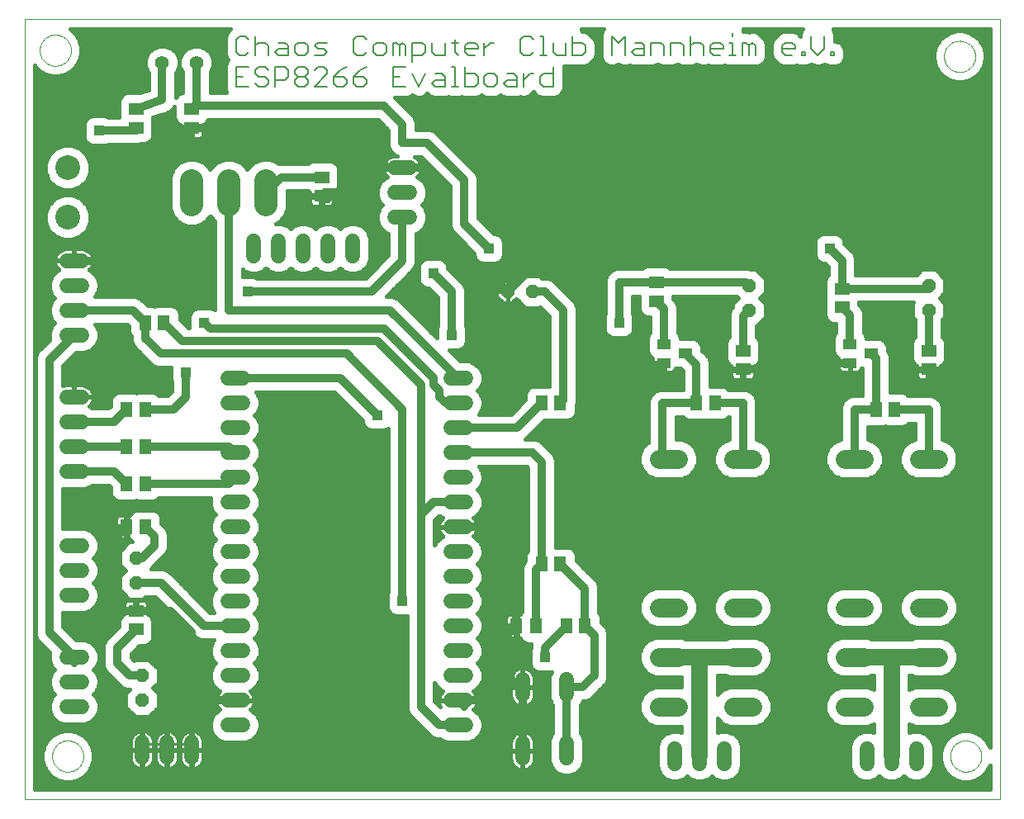
<source format=gtl>
G75*
G70*
%OFA0B0*%
%FSLAX24Y24*%
%IPPOS*%
%LPD*%
%AMOC8*
5,1,8,0,0,1.08239X$1,22.5*
%
%ADD10C,0.0000*%
%ADD11C,0.0070*%
%ADD12C,0.0600*%
%ADD13C,0.0945*%
%ADD14C,0.1000*%
%ADD15R,0.0591X0.0512*%
%ADD16OC8,0.0520*%
%ADD17R,0.0512X0.0591*%
%ADD18R,0.0551X0.0394*%
%ADD19C,0.0780*%
%ADD20R,0.0512X0.0630*%
%ADD21C,0.0551*%
%ADD22R,0.0396X0.0396*%
%ADD23C,0.0320*%
%ADD24C,0.0100*%
%ADD25C,0.0160*%
%ADD26C,0.0660*%
D10*
X004880Y000100D02*
X004880Y031596D01*
X044250Y031596D01*
X044250Y000100D01*
X004880Y000100D01*
X006000Y001850D02*
X006002Y001900D01*
X006008Y001950D01*
X006018Y001999D01*
X006032Y002047D01*
X006049Y002094D01*
X006070Y002139D01*
X006095Y002183D01*
X006123Y002224D01*
X006155Y002263D01*
X006189Y002300D01*
X006226Y002334D01*
X006266Y002364D01*
X006308Y002391D01*
X006352Y002415D01*
X006398Y002436D01*
X006445Y002452D01*
X006493Y002465D01*
X006543Y002474D01*
X006592Y002479D01*
X006643Y002480D01*
X006693Y002477D01*
X006742Y002470D01*
X006791Y002459D01*
X006839Y002444D01*
X006885Y002426D01*
X006930Y002404D01*
X006973Y002378D01*
X007014Y002349D01*
X007053Y002317D01*
X007089Y002282D01*
X007121Y002244D01*
X007151Y002204D01*
X007178Y002161D01*
X007201Y002117D01*
X007220Y002071D01*
X007236Y002023D01*
X007248Y001974D01*
X007256Y001925D01*
X007260Y001875D01*
X007260Y001825D01*
X007256Y001775D01*
X007248Y001726D01*
X007236Y001677D01*
X007220Y001629D01*
X007201Y001583D01*
X007178Y001539D01*
X007151Y001496D01*
X007121Y001456D01*
X007089Y001418D01*
X007053Y001383D01*
X007014Y001351D01*
X006973Y001322D01*
X006930Y001296D01*
X006885Y001274D01*
X006839Y001256D01*
X006791Y001241D01*
X006742Y001230D01*
X006693Y001223D01*
X006643Y001220D01*
X006592Y001221D01*
X006543Y001226D01*
X006493Y001235D01*
X006445Y001248D01*
X006398Y001264D01*
X006352Y001285D01*
X006308Y001309D01*
X006266Y001336D01*
X006226Y001366D01*
X006189Y001400D01*
X006155Y001437D01*
X006123Y001476D01*
X006095Y001517D01*
X006070Y001561D01*
X006049Y001606D01*
X006032Y001653D01*
X006018Y001701D01*
X006008Y001750D01*
X006002Y001800D01*
X006000Y001850D01*
X042250Y001850D02*
X042252Y001900D01*
X042258Y001950D01*
X042268Y001999D01*
X042282Y002047D01*
X042299Y002094D01*
X042320Y002139D01*
X042345Y002183D01*
X042373Y002224D01*
X042405Y002263D01*
X042439Y002300D01*
X042476Y002334D01*
X042516Y002364D01*
X042558Y002391D01*
X042602Y002415D01*
X042648Y002436D01*
X042695Y002452D01*
X042743Y002465D01*
X042793Y002474D01*
X042842Y002479D01*
X042893Y002480D01*
X042943Y002477D01*
X042992Y002470D01*
X043041Y002459D01*
X043089Y002444D01*
X043135Y002426D01*
X043180Y002404D01*
X043223Y002378D01*
X043264Y002349D01*
X043303Y002317D01*
X043339Y002282D01*
X043371Y002244D01*
X043401Y002204D01*
X043428Y002161D01*
X043451Y002117D01*
X043470Y002071D01*
X043486Y002023D01*
X043498Y001974D01*
X043506Y001925D01*
X043510Y001875D01*
X043510Y001825D01*
X043506Y001775D01*
X043498Y001726D01*
X043486Y001677D01*
X043470Y001629D01*
X043451Y001583D01*
X043428Y001539D01*
X043401Y001496D01*
X043371Y001456D01*
X043339Y001418D01*
X043303Y001383D01*
X043264Y001351D01*
X043223Y001322D01*
X043180Y001296D01*
X043135Y001274D01*
X043089Y001256D01*
X043041Y001241D01*
X042992Y001230D01*
X042943Y001223D01*
X042893Y001220D01*
X042842Y001221D01*
X042793Y001226D01*
X042743Y001235D01*
X042695Y001248D01*
X042648Y001264D01*
X042602Y001285D01*
X042558Y001309D01*
X042516Y001336D01*
X042476Y001366D01*
X042439Y001400D01*
X042405Y001437D01*
X042373Y001476D01*
X042345Y001517D01*
X042320Y001561D01*
X042299Y001606D01*
X042282Y001653D01*
X042268Y001701D01*
X042258Y001750D01*
X042252Y001800D01*
X042250Y001850D01*
X042000Y030100D02*
X042002Y030150D01*
X042008Y030200D01*
X042018Y030249D01*
X042032Y030297D01*
X042049Y030344D01*
X042070Y030389D01*
X042095Y030433D01*
X042123Y030474D01*
X042155Y030513D01*
X042189Y030550D01*
X042226Y030584D01*
X042266Y030614D01*
X042308Y030641D01*
X042352Y030665D01*
X042398Y030686D01*
X042445Y030702D01*
X042493Y030715D01*
X042543Y030724D01*
X042592Y030729D01*
X042643Y030730D01*
X042693Y030727D01*
X042742Y030720D01*
X042791Y030709D01*
X042839Y030694D01*
X042885Y030676D01*
X042930Y030654D01*
X042973Y030628D01*
X043014Y030599D01*
X043053Y030567D01*
X043089Y030532D01*
X043121Y030494D01*
X043151Y030454D01*
X043178Y030411D01*
X043201Y030367D01*
X043220Y030321D01*
X043236Y030273D01*
X043248Y030224D01*
X043256Y030175D01*
X043260Y030125D01*
X043260Y030075D01*
X043256Y030025D01*
X043248Y029976D01*
X043236Y029927D01*
X043220Y029879D01*
X043201Y029833D01*
X043178Y029789D01*
X043151Y029746D01*
X043121Y029706D01*
X043089Y029668D01*
X043053Y029633D01*
X043014Y029601D01*
X042973Y029572D01*
X042930Y029546D01*
X042885Y029524D01*
X042839Y029506D01*
X042791Y029491D01*
X042742Y029480D01*
X042693Y029473D01*
X042643Y029470D01*
X042592Y029471D01*
X042543Y029476D01*
X042493Y029485D01*
X042445Y029498D01*
X042398Y029514D01*
X042352Y029535D01*
X042308Y029559D01*
X042266Y029586D01*
X042226Y029616D01*
X042189Y029650D01*
X042155Y029687D01*
X042123Y029726D01*
X042095Y029767D01*
X042070Y029811D01*
X042049Y029856D01*
X042032Y029903D01*
X042018Y029951D01*
X042008Y030000D01*
X042002Y030050D01*
X042000Y030100D01*
X005500Y030350D02*
X005502Y030400D01*
X005508Y030450D01*
X005518Y030499D01*
X005532Y030547D01*
X005549Y030594D01*
X005570Y030639D01*
X005595Y030683D01*
X005623Y030724D01*
X005655Y030763D01*
X005689Y030800D01*
X005726Y030834D01*
X005766Y030864D01*
X005808Y030891D01*
X005852Y030915D01*
X005898Y030936D01*
X005945Y030952D01*
X005993Y030965D01*
X006043Y030974D01*
X006092Y030979D01*
X006143Y030980D01*
X006193Y030977D01*
X006242Y030970D01*
X006291Y030959D01*
X006339Y030944D01*
X006385Y030926D01*
X006430Y030904D01*
X006473Y030878D01*
X006514Y030849D01*
X006553Y030817D01*
X006589Y030782D01*
X006621Y030744D01*
X006651Y030704D01*
X006678Y030661D01*
X006701Y030617D01*
X006720Y030571D01*
X006736Y030523D01*
X006748Y030474D01*
X006756Y030425D01*
X006760Y030375D01*
X006760Y030325D01*
X006756Y030275D01*
X006748Y030226D01*
X006736Y030177D01*
X006720Y030129D01*
X006701Y030083D01*
X006678Y030039D01*
X006651Y029996D01*
X006621Y029956D01*
X006589Y029918D01*
X006553Y029883D01*
X006514Y029851D01*
X006473Y029822D01*
X006430Y029796D01*
X006385Y029774D01*
X006339Y029756D01*
X006291Y029741D01*
X006242Y029730D01*
X006193Y029723D01*
X006143Y029720D01*
X006092Y029721D01*
X006043Y029726D01*
X005993Y029735D01*
X005945Y029748D01*
X005898Y029764D01*
X005852Y029785D01*
X005808Y029809D01*
X005766Y029836D01*
X005726Y029866D01*
X005689Y029900D01*
X005655Y029937D01*
X005623Y029976D01*
X005595Y030017D01*
X005570Y030061D01*
X005549Y030106D01*
X005532Y030153D01*
X005518Y030201D01*
X005508Y030250D01*
X005502Y030300D01*
X005500Y030350D01*
D11*
X013415Y030267D02*
X013547Y030135D01*
X013810Y030135D01*
X013942Y030267D01*
X014207Y030135D02*
X014207Y030926D01*
X014339Y030662D02*
X014602Y030662D01*
X014734Y030530D01*
X014734Y030135D01*
X014999Y030267D02*
X015131Y030399D01*
X015526Y030399D01*
X015526Y030530D02*
X015526Y030135D01*
X015131Y030135D01*
X014999Y030267D01*
X015131Y030662D02*
X015394Y030662D01*
X015526Y030530D01*
X015791Y030530D02*
X015791Y030267D01*
X015922Y030135D01*
X016186Y030135D01*
X016318Y030267D01*
X016318Y030530D01*
X016186Y030662D01*
X015922Y030662D01*
X015791Y030530D01*
X016583Y030530D02*
X016714Y030399D01*
X016978Y030399D01*
X017110Y030267D01*
X016978Y030135D01*
X016583Y030135D01*
X016583Y030530D02*
X016714Y030662D01*
X017110Y030662D01*
X018166Y030794D02*
X018166Y030267D01*
X018298Y030135D01*
X018562Y030135D01*
X018693Y030267D01*
X018958Y030267D02*
X019090Y030135D01*
X019353Y030135D01*
X019485Y030267D01*
X019485Y030530D01*
X019353Y030662D01*
X019090Y030662D01*
X018958Y030530D01*
X018958Y030267D01*
X018693Y030794D02*
X018562Y030926D01*
X018298Y030926D01*
X018166Y030794D01*
X017901Y029676D02*
X017638Y029544D01*
X017374Y029280D01*
X017770Y029280D01*
X017901Y029149D01*
X017901Y029017D01*
X017770Y028885D01*
X017506Y028885D01*
X017374Y029017D01*
X017374Y029280D01*
X017110Y029412D02*
X017110Y029544D01*
X016978Y029676D01*
X016714Y029676D01*
X016583Y029544D01*
X016318Y029544D02*
X016318Y029412D01*
X016186Y029280D01*
X015922Y029280D01*
X015791Y029412D01*
X015791Y029544D01*
X015922Y029676D01*
X016186Y029676D01*
X016318Y029544D01*
X016186Y029280D02*
X016318Y029149D01*
X016318Y029017D01*
X016186Y028885D01*
X015922Y028885D01*
X015791Y029017D01*
X015791Y029149D01*
X015922Y029280D01*
X015526Y029280D02*
X015394Y029149D01*
X014999Y029149D01*
X014999Y028885D02*
X014999Y029676D01*
X015394Y029676D01*
X015526Y029544D01*
X015526Y029280D01*
X014734Y029149D02*
X014734Y029017D01*
X014602Y028885D01*
X014339Y028885D01*
X014207Y029017D01*
X014339Y029280D02*
X014602Y029280D01*
X014734Y029149D01*
X014339Y029280D02*
X014207Y029412D01*
X014207Y029544D01*
X014339Y029676D01*
X014602Y029676D01*
X014734Y029544D01*
X013942Y029676D02*
X013415Y029676D01*
X013415Y028885D01*
X013942Y028885D01*
X013679Y029280D02*
X013415Y029280D01*
X013415Y030267D02*
X013415Y030794D01*
X013547Y030926D01*
X013810Y030926D01*
X013942Y030794D01*
X014207Y030530D02*
X014339Y030662D01*
X016583Y028885D02*
X017110Y029412D01*
X017110Y028885D02*
X016583Y028885D01*
X018166Y029017D02*
X018298Y028885D01*
X018562Y028885D01*
X018693Y029017D01*
X018693Y029149D01*
X018562Y029280D01*
X018166Y029280D01*
X018166Y029017D01*
X018166Y029280D02*
X018430Y029544D01*
X018693Y029676D01*
X019750Y029676D02*
X019750Y028885D01*
X020277Y028885D01*
X020014Y029280D02*
X019750Y029280D01*
X019750Y029676D02*
X020277Y029676D01*
X020542Y029871D02*
X020542Y030662D01*
X020937Y030662D01*
X021069Y030530D01*
X021069Y030267D01*
X020937Y030135D01*
X020542Y030135D01*
X020277Y030135D02*
X020277Y030530D01*
X020145Y030662D01*
X020014Y030530D01*
X020014Y030135D01*
X019750Y030135D02*
X019750Y030662D01*
X019882Y030662D01*
X020014Y030530D01*
X021334Y030662D02*
X021334Y030267D01*
X021466Y030135D01*
X021861Y030135D01*
X021861Y030662D01*
X022126Y030662D02*
X022389Y030662D01*
X022257Y030794D02*
X022257Y030267D01*
X022389Y030135D01*
X022654Y030267D02*
X022654Y030530D01*
X022785Y030662D01*
X023049Y030662D01*
X023181Y030530D01*
X023181Y030399D01*
X022654Y030399D01*
X022654Y030267D02*
X022785Y030135D01*
X023049Y030135D01*
X023445Y030135D02*
X023445Y030662D01*
X023445Y030399D02*
X023709Y030662D01*
X023841Y030662D01*
X024897Y030794D02*
X024897Y030267D01*
X025029Y030135D01*
X025293Y030135D01*
X025424Y030267D01*
X025689Y030135D02*
X025953Y030135D01*
X025821Y030135D02*
X025821Y030926D01*
X025689Y030926D01*
X025424Y030794D02*
X025293Y030926D01*
X025029Y030926D01*
X024897Y030794D01*
X026217Y030662D02*
X026217Y030267D01*
X026349Y030135D01*
X026744Y030135D01*
X026744Y030662D01*
X027009Y030662D02*
X027404Y030662D01*
X027536Y030530D01*
X027536Y030267D01*
X027404Y030135D01*
X027009Y030135D01*
X027009Y030926D01*
X026216Y029676D02*
X026216Y028885D01*
X025821Y028885D01*
X025689Y029017D01*
X025689Y029280D01*
X025821Y029412D01*
X026216Y029412D01*
X025425Y029412D02*
X025293Y029412D01*
X025029Y029149D01*
X025029Y029412D02*
X025029Y028885D01*
X024764Y028885D02*
X024764Y029280D01*
X024633Y029412D01*
X024369Y029412D01*
X024369Y029149D02*
X024764Y029149D01*
X024764Y028885D02*
X024369Y028885D01*
X024237Y029017D01*
X024369Y029149D01*
X023973Y029017D02*
X023973Y029280D01*
X023841Y029412D01*
X023577Y029412D01*
X023445Y029280D01*
X023445Y029017D01*
X023577Y028885D01*
X023841Y028885D01*
X023973Y029017D01*
X023181Y029017D02*
X023181Y029280D01*
X023049Y029412D01*
X022654Y029412D01*
X022654Y029676D02*
X022654Y028885D01*
X023049Y028885D01*
X023181Y029017D01*
X022389Y028885D02*
X022126Y028885D01*
X022257Y028885D02*
X022257Y029676D01*
X022126Y029676D01*
X021729Y029412D02*
X021861Y029280D01*
X021861Y028885D01*
X021466Y028885D01*
X021334Y029017D01*
X021466Y029149D01*
X021861Y029149D01*
X021729Y029412D02*
X021466Y029412D01*
X021069Y029412D02*
X020805Y028885D01*
X020542Y029412D01*
X028593Y030135D02*
X028593Y030926D01*
X028856Y030662D01*
X029120Y030926D01*
X029120Y030135D01*
X029385Y030267D02*
X029516Y030399D01*
X029912Y030399D01*
X029912Y030530D02*
X029912Y030135D01*
X029516Y030135D01*
X029385Y030267D01*
X029516Y030662D02*
X029780Y030662D01*
X029912Y030530D01*
X030176Y030662D02*
X030176Y030135D01*
X030176Y030662D02*
X030572Y030662D01*
X030703Y030530D01*
X030703Y030135D01*
X030968Y030135D02*
X030968Y030662D01*
X031364Y030662D01*
X031495Y030530D01*
X031495Y030135D01*
X031760Y030135D02*
X031760Y030926D01*
X031892Y030662D02*
X032155Y030662D01*
X032287Y030530D01*
X032287Y030135D01*
X032552Y030267D02*
X032552Y030530D01*
X032684Y030662D01*
X032947Y030662D01*
X033079Y030530D01*
X033079Y030399D01*
X032552Y030399D01*
X032552Y030267D02*
X032684Y030135D01*
X032947Y030135D01*
X033344Y030135D02*
X033607Y030135D01*
X033476Y030135D02*
X033476Y030662D01*
X033344Y030662D01*
X033476Y030926D02*
X033476Y031057D01*
X033872Y030662D02*
X034004Y030662D01*
X034135Y030530D01*
X034267Y030662D01*
X034399Y030530D01*
X034399Y030135D01*
X034135Y030135D02*
X034135Y030530D01*
X033872Y030662D02*
X033872Y030135D01*
X035456Y030267D02*
X035456Y030530D01*
X035587Y030662D01*
X035851Y030662D01*
X035983Y030530D01*
X035983Y030399D01*
X035456Y030399D01*
X035456Y030267D02*
X035587Y030135D01*
X035851Y030135D01*
X036247Y030135D02*
X036379Y030135D01*
X036379Y030267D01*
X036247Y030267D01*
X036247Y030135D01*
X036643Y030399D02*
X036907Y030135D01*
X037170Y030399D01*
X037170Y030926D01*
X036643Y030926D02*
X036643Y030399D01*
X037435Y030267D02*
X037567Y030267D01*
X037567Y030135D01*
X037435Y030135D01*
X037435Y030267D01*
X031892Y030662D02*
X031760Y030530D01*
D12*
X020430Y025600D02*
X019830Y025600D01*
X019830Y024600D02*
X020430Y024600D01*
X020430Y023600D02*
X019830Y023600D01*
X018130Y022650D02*
X018130Y022050D01*
X017130Y022050D02*
X017130Y022650D01*
X016130Y022650D02*
X016130Y022050D01*
X015130Y022050D02*
X015130Y022650D01*
X014130Y022650D02*
X014130Y022050D01*
X007180Y021850D02*
X006580Y021850D01*
X006580Y020850D02*
X007180Y020850D01*
X007180Y019850D02*
X006580Y019850D01*
X006580Y018850D02*
X007180Y018850D01*
X007180Y016350D02*
X006580Y016350D01*
X006580Y015350D02*
X007180Y015350D01*
X007180Y014350D02*
X006580Y014350D01*
X006580Y013350D02*
X007180Y013350D01*
X007180Y010350D02*
X006580Y010350D01*
X006580Y009350D02*
X007180Y009350D01*
X007180Y008350D02*
X006580Y008350D01*
X006580Y005850D02*
X007180Y005850D01*
X007180Y004850D02*
X006580Y004850D01*
X006580Y003850D02*
X007180Y003850D01*
X009630Y002400D02*
X009630Y001800D01*
X010630Y001800D02*
X010630Y002400D01*
X011630Y002400D02*
X011630Y001800D01*
X013080Y003100D02*
X013680Y003100D01*
X013680Y004100D02*
X013080Y004100D01*
X013080Y005100D02*
X013680Y005100D01*
X013680Y006100D02*
X013080Y006100D01*
X013080Y007100D02*
X013680Y007100D01*
X013680Y008100D02*
X013080Y008100D01*
X013080Y009100D02*
X013680Y009100D01*
X013680Y010100D02*
X013080Y010100D01*
X013080Y011100D02*
X013680Y011100D01*
X013680Y012100D02*
X013080Y012100D01*
X013080Y013100D02*
X013680Y013100D01*
X013680Y014100D02*
X013080Y014100D01*
X013080Y015100D02*
X013680Y015100D01*
X013680Y016100D02*
X013080Y016100D01*
X013080Y017100D02*
X013680Y017100D01*
X022080Y017100D02*
X022680Y017100D01*
X022680Y016100D02*
X022080Y016100D01*
X022080Y015100D02*
X022680Y015100D01*
X022680Y014100D02*
X022080Y014100D01*
X022080Y013100D02*
X022680Y013100D01*
X022680Y012100D02*
X022080Y012100D01*
X022080Y011100D02*
X022680Y011100D01*
X022680Y010100D02*
X022080Y010100D01*
X022080Y009100D02*
X022680Y009100D01*
X022680Y008100D02*
X022080Y008100D01*
X022080Y007100D02*
X022680Y007100D01*
X022680Y006100D02*
X022080Y006100D01*
X022080Y005100D02*
X022680Y005100D01*
X022680Y004100D02*
X022080Y004100D01*
X022080Y003100D02*
X022680Y003100D01*
X024990Y002370D02*
X024990Y001770D01*
X026770Y001770D02*
X026770Y002370D01*
X026770Y004330D02*
X026770Y004930D01*
X024990Y004930D02*
X024990Y004330D01*
X031130Y002150D02*
X031130Y001550D01*
X032130Y001550D02*
X032130Y002150D01*
X033130Y002150D02*
X033130Y001550D01*
X038880Y001550D02*
X038880Y002150D01*
X039880Y002150D02*
X039880Y001550D01*
X040880Y001550D02*
X040880Y002150D01*
D13*
X014622Y024128D02*
X014622Y025073D01*
X013126Y025073D02*
X013126Y024128D01*
X011630Y024128D02*
X011630Y025073D01*
D14*
X006630Y025600D03*
X006630Y023600D03*
D15*
X009380Y027226D03*
X009380Y027974D03*
X011630Y027974D03*
X011630Y027226D03*
X016880Y025224D03*
X016880Y024476D03*
X030380Y020974D03*
X030380Y020226D03*
X033880Y018224D03*
X033880Y017476D03*
X037880Y019976D03*
X037880Y020724D03*
X041380Y018224D03*
X041380Y017476D03*
X009380Y007724D03*
X009380Y006976D03*
D16*
X009380Y008850D03*
X009380Y009850D03*
X009630Y005100D03*
X009630Y004100D03*
X024380Y020600D03*
X025380Y020600D03*
X034130Y020850D03*
X034130Y019850D03*
X041380Y019850D03*
X041380Y020850D03*
D17*
X040004Y015850D03*
X039256Y015850D03*
X032754Y016100D03*
X032006Y016100D03*
X026504Y016100D03*
X025756Y016100D03*
X025756Y009600D03*
X026504Y009600D03*
X026756Y007100D03*
X027504Y007100D03*
X010504Y019350D03*
X009756Y019350D03*
X009754Y015850D03*
X009006Y015850D03*
X009006Y014350D03*
X009754Y014350D03*
X009754Y012850D03*
X009006Y012850D03*
X009006Y011100D03*
X009754Y011100D03*
D18*
X030697Y017726D03*
X031563Y018100D03*
X030697Y018474D03*
X038197Y018474D03*
X039063Y018100D03*
X038197Y017726D03*
D19*
X037990Y013850D02*
X038770Y013850D01*
X040990Y013850D02*
X041770Y013850D01*
X034270Y013850D02*
X033490Y013850D01*
X031270Y013850D02*
X030490Y013850D01*
X030490Y007850D02*
X031270Y007850D01*
X033490Y007850D02*
X034270Y007850D01*
X034270Y005850D02*
X033490Y005850D01*
X031270Y005850D02*
X030490Y005850D01*
X030490Y003850D02*
X031270Y003850D01*
X033490Y003850D02*
X034270Y003850D01*
X037990Y003850D02*
X038770Y003850D01*
X040990Y003850D02*
X041770Y003850D01*
X041770Y005850D02*
X040990Y005850D01*
X038770Y005850D02*
X037990Y005850D01*
X037990Y007850D02*
X038770Y007850D01*
X040990Y007850D02*
X041770Y007850D01*
D20*
X025524Y007100D03*
X024736Y007100D03*
D21*
X011819Y029850D03*
X010441Y029850D03*
D22*
X007880Y027100D03*
X013880Y020600D03*
X012130Y019350D03*
X011380Y017350D03*
X019130Y015600D03*
X022130Y018850D03*
X021380Y021350D03*
X023630Y022350D03*
X028880Y019350D03*
X037380Y022350D03*
X020130Y008100D03*
X025880Y005850D03*
D23*
X025880Y006224D01*
X026756Y007100D01*
X027504Y007100D02*
X027880Y006724D01*
X027880Y005100D01*
X027410Y004630D01*
X026770Y004630D01*
X026770Y002070D01*
X024990Y002070D02*
X024990Y004630D01*
X024850Y004630D01*
X024505Y004975D01*
X023630Y004100D01*
X022380Y004100D01*
X022630Y003850D01*
X022380Y003100D02*
X021630Y003100D01*
X020880Y003850D01*
X020880Y011600D01*
X020880Y016850D01*
X019130Y018600D01*
X011254Y018600D01*
X010504Y019350D01*
X009756Y019350D02*
X009756Y018724D01*
X010380Y018100D01*
X017880Y018100D01*
X020130Y015850D01*
X020130Y008100D01*
X024130Y006494D02*
X024130Y005350D01*
X024505Y004975D01*
X024130Y006494D02*
X024736Y007100D01*
X024736Y010494D01*
X024130Y011100D01*
X022380Y011100D01*
X022380Y012100D02*
X021380Y012100D01*
X020880Y011600D01*
X022380Y014100D02*
X025380Y014100D01*
X025756Y013724D01*
X025756Y009600D01*
X025524Y009368D01*
X025524Y007100D01*
X027504Y007100D02*
X027504Y008600D01*
X026504Y009600D01*
X029630Y012600D02*
X030130Y012100D01*
X035130Y012100D01*
X036630Y012100D01*
X036630Y017600D01*
X036756Y017726D01*
X038197Y017726D01*
X039063Y018100D02*
X039256Y017907D01*
X039256Y015850D01*
X038380Y015850D01*
X038380Y013850D01*
X036630Y012100D02*
X042630Y012100D01*
X042630Y016226D01*
X041380Y017476D01*
X041380Y018224D02*
X041380Y019850D01*
X041380Y020724D02*
X041380Y020850D01*
X041380Y020724D02*
X037880Y020724D01*
X037880Y021850D01*
X037380Y022350D01*
X036630Y020850D02*
X035630Y021850D01*
X025630Y021850D01*
X024380Y020600D01*
X024130Y020850D01*
X023380Y020850D01*
X021880Y022350D01*
X021880Y024600D01*
X020880Y025600D01*
X020130Y025600D01*
X019380Y025600D01*
X019380Y027100D01*
X019254Y027226D01*
X011630Y027226D01*
X009630Y025226D01*
X009630Y023850D01*
X009130Y023350D01*
X008130Y023350D01*
X008130Y021850D01*
X006880Y021850D01*
X006880Y019850D02*
X009256Y019850D01*
X009756Y019350D01*
X012130Y019350D02*
X012380Y019100D01*
X019380Y019100D01*
X021380Y017100D01*
X021380Y016850D01*
X021630Y016600D01*
X021630Y016350D01*
X021880Y016100D01*
X022380Y016100D01*
X022380Y015100D02*
X024756Y015100D01*
X025756Y016100D01*
X026504Y016100D02*
X026630Y016226D01*
X026630Y019850D01*
X025880Y020600D01*
X025380Y020600D01*
X023630Y022350D02*
X022630Y023350D01*
X022630Y025100D01*
X021130Y026600D01*
X020130Y026600D01*
X020130Y027350D01*
X019380Y028100D01*
X011756Y028100D01*
X011630Y027974D01*
X011819Y028163D01*
X011819Y029850D01*
X010441Y029850D02*
X010441Y028350D01*
X010380Y028350D01*
X009380Y027974D01*
X009380Y027226D02*
X009380Y027100D01*
X007880Y027100D01*
X013126Y024600D02*
X013126Y019850D01*
X019630Y019850D01*
X022380Y017100D01*
X022130Y018850D02*
X022130Y020600D01*
X021380Y021350D01*
X020130Y021850D02*
X020130Y023600D01*
X018380Y024850D02*
X018130Y024600D01*
X017004Y024600D01*
X016880Y024476D01*
X016880Y024350D01*
X017130Y024350D01*
X016880Y025224D02*
X015246Y025224D01*
X014622Y024600D01*
X018380Y024850D02*
X018380Y025350D01*
X018630Y025600D01*
X019380Y025600D01*
X020130Y021850D02*
X018880Y020600D01*
X013880Y020600D01*
X011380Y017350D02*
X011380Y016350D01*
X010880Y015850D01*
X009754Y015850D01*
X009006Y015850D02*
X008506Y015350D01*
X006880Y015350D01*
X006880Y014350D02*
X009006Y014350D01*
X009754Y014350D02*
X013130Y014350D01*
X013380Y014100D01*
X013380Y013100D02*
X013130Y012850D01*
X009754Y012850D01*
X009006Y012850D02*
X008506Y013350D01*
X006880Y013350D01*
X009006Y011100D02*
X008380Y010474D01*
X008380Y008100D01*
X008756Y007724D01*
X009380Y007724D01*
X010756Y007724D01*
X011630Y006850D01*
X011630Y004600D01*
X012130Y004100D01*
X013380Y004100D01*
X012880Y004100D01*
X009630Y005100D02*
X009130Y005100D01*
X008630Y005600D01*
X008630Y006226D01*
X009380Y006976D01*
X009380Y008850D02*
X010380Y008850D01*
X012130Y007100D01*
X013380Y007100D01*
X010130Y010350D02*
X009630Y009850D01*
X009380Y009850D01*
X010130Y010350D02*
X010130Y010724D01*
X009754Y011100D01*
X005880Y006850D02*
X006880Y005850D01*
X006880Y005600D01*
X005880Y006850D02*
X005880Y017850D01*
X006880Y018850D01*
X013380Y017100D02*
X017630Y017100D01*
X019130Y015600D01*
X028880Y019350D02*
X028880Y020974D01*
X030380Y020974D01*
X034006Y020974D01*
X034130Y020850D01*
X034130Y019850D02*
X033880Y019600D01*
X033880Y018224D01*
X033880Y017476D02*
X034504Y017476D01*
X035130Y016850D01*
X035130Y012100D01*
X033880Y013850D02*
X033880Y016100D01*
X032754Y016100D01*
X032006Y016100D02*
X030630Y016100D01*
X030630Y013850D01*
X030880Y013850D01*
X029630Y012600D02*
X029630Y016659D01*
X030697Y017726D01*
X031563Y018100D02*
X032006Y017657D01*
X032006Y016100D01*
X030697Y018474D02*
X030697Y019909D01*
X030380Y020226D01*
X036630Y020850D02*
X036630Y017600D01*
X038197Y018474D02*
X038197Y019659D01*
X037880Y019976D01*
X040004Y015850D02*
X041380Y015850D01*
X041380Y013850D01*
D24*
X011630Y002100D02*
X011380Y002350D01*
X010880Y002350D01*
X010630Y002100D01*
X010380Y002350D01*
X009880Y002350D01*
X009630Y002100D01*
D25*
X009650Y002120D02*
X010110Y002120D01*
X010110Y002438D01*
X010098Y002512D01*
X010075Y002584D01*
X010041Y002652D01*
X009996Y002713D01*
X009943Y002766D01*
X009882Y002811D01*
X009814Y002845D01*
X009742Y002868D01*
X009668Y002880D01*
X009650Y002880D01*
X009650Y002120D01*
X009650Y002080D01*
X010110Y002080D01*
X010110Y001762D01*
X010098Y001688D01*
X010075Y001616D01*
X010041Y001548D01*
X009996Y001487D01*
X009943Y001434D01*
X009882Y001389D01*
X009814Y001355D01*
X009742Y001332D01*
X009668Y001320D01*
X009650Y001320D01*
X009650Y002080D01*
X009610Y002080D01*
X009610Y001320D01*
X009592Y001320D01*
X009518Y001332D01*
X009446Y001355D01*
X009378Y001389D01*
X009317Y001434D01*
X009264Y001487D01*
X009219Y001548D01*
X009185Y001616D01*
X009162Y001688D01*
X009150Y001762D01*
X009150Y002080D01*
X009610Y002080D01*
X009610Y002120D01*
X009610Y002880D01*
X009592Y002880D01*
X009518Y002868D01*
X009446Y002845D01*
X009378Y002811D01*
X009317Y002766D01*
X009264Y002713D01*
X009219Y002652D01*
X009185Y002584D01*
X009162Y002512D01*
X009150Y002438D01*
X009150Y002120D01*
X009610Y002120D01*
X009650Y002120D01*
X009650Y002161D02*
X009610Y002161D01*
X009610Y002319D02*
X009650Y002319D01*
X009650Y002478D02*
X009610Y002478D01*
X009610Y002636D02*
X009650Y002636D01*
X009650Y002795D02*
X009610Y002795D01*
X009356Y002795D02*
X007054Y002795D01*
X007028Y002810D02*
X006766Y002880D01*
X006494Y002880D01*
X006232Y002810D01*
X005998Y002674D01*
X005806Y002482D01*
X005670Y002248D01*
X005600Y001986D01*
X005600Y001714D01*
X005670Y001452D01*
X005806Y001218D01*
X005998Y001026D01*
X006232Y000890D01*
X006494Y000820D01*
X006766Y000820D01*
X007028Y000890D01*
X007262Y001026D01*
X007454Y001218D01*
X007590Y001452D01*
X007660Y001714D01*
X007660Y001986D01*
X007590Y002248D01*
X007454Y002482D01*
X007262Y002674D01*
X007028Y002810D01*
X007301Y002636D02*
X009212Y002636D01*
X009156Y002478D02*
X007457Y002478D01*
X007548Y002319D02*
X009150Y002319D01*
X009150Y002161D02*
X007613Y002161D01*
X007656Y002002D02*
X009150Y002002D01*
X009150Y001844D02*
X007660Y001844D01*
X007652Y001685D02*
X009163Y001685D01*
X009235Y001527D02*
X007610Y001527D01*
X007541Y001368D02*
X009421Y001368D01*
X009610Y001368D02*
X009650Y001368D01*
X009650Y001527D02*
X009610Y001527D01*
X009610Y001685D02*
X009650Y001685D01*
X009650Y001844D02*
X009610Y001844D01*
X009610Y002002D02*
X009650Y002002D01*
X010110Y002002D02*
X010150Y002002D01*
X010150Y002080D02*
X010150Y001762D01*
X010162Y001688D01*
X010185Y001616D01*
X010219Y001548D01*
X010264Y001487D01*
X010317Y001434D01*
X010378Y001389D01*
X010446Y001355D01*
X010518Y001332D01*
X010592Y001320D01*
X010610Y001320D01*
X010610Y002080D01*
X010650Y002080D01*
X010650Y002120D01*
X011110Y002120D01*
X011110Y002438D01*
X011098Y002512D01*
X011075Y002584D01*
X011041Y002652D01*
X010996Y002713D01*
X010943Y002766D01*
X010882Y002811D01*
X010814Y002845D01*
X010742Y002868D01*
X010668Y002880D01*
X010650Y002880D01*
X010650Y002120D01*
X010610Y002120D01*
X010610Y002880D01*
X010592Y002880D01*
X010518Y002868D01*
X010446Y002845D01*
X010378Y002811D01*
X010317Y002766D01*
X010264Y002713D01*
X010219Y002652D01*
X010185Y002584D01*
X010162Y002512D01*
X010150Y002438D01*
X010150Y002120D01*
X010610Y002120D01*
X010610Y002080D01*
X010150Y002080D01*
X010150Y002161D02*
X010110Y002161D01*
X010110Y002319D02*
X010150Y002319D01*
X010156Y002478D02*
X010104Y002478D01*
X010048Y002636D02*
X010212Y002636D01*
X010356Y002795D02*
X009904Y002795D01*
X010610Y002795D02*
X010650Y002795D01*
X010650Y002636D02*
X010610Y002636D01*
X010610Y002478D02*
X010650Y002478D01*
X010650Y002319D02*
X010610Y002319D01*
X010610Y002161D02*
X010650Y002161D01*
X010650Y002080D02*
X011110Y002080D01*
X011110Y001762D01*
X011098Y001688D01*
X011075Y001616D01*
X011041Y001548D01*
X010996Y001487D01*
X010943Y001434D01*
X010882Y001389D01*
X010814Y001355D01*
X010742Y001332D01*
X010668Y001320D01*
X010650Y001320D01*
X010650Y002080D01*
X010650Y002002D02*
X010610Y002002D01*
X010610Y001844D02*
X010650Y001844D01*
X010650Y001685D02*
X010610Y001685D01*
X010610Y001527D02*
X010650Y001527D01*
X010650Y001368D02*
X010610Y001368D01*
X010421Y001368D02*
X009839Y001368D01*
X010025Y001527D02*
X010235Y001527D01*
X010163Y001685D02*
X010097Y001685D01*
X010110Y001844D02*
X010150Y001844D01*
X010839Y001368D02*
X011421Y001368D01*
X011446Y001355D02*
X011518Y001332D01*
X011592Y001320D01*
X011610Y001320D01*
X011610Y002080D01*
X011650Y002080D01*
X011650Y002120D01*
X012110Y002120D01*
X012110Y002438D01*
X012098Y002512D01*
X012075Y002584D01*
X012041Y002652D01*
X011996Y002713D01*
X011943Y002766D01*
X011882Y002811D01*
X011814Y002845D01*
X011742Y002868D01*
X011668Y002880D01*
X011650Y002880D01*
X011650Y002120D01*
X011610Y002120D01*
X011610Y002880D01*
X011592Y002880D01*
X011518Y002868D01*
X011446Y002845D01*
X011378Y002811D01*
X011317Y002766D01*
X011264Y002713D01*
X011219Y002652D01*
X011185Y002584D01*
X011162Y002512D01*
X011150Y002438D01*
X011150Y002120D01*
X011610Y002120D01*
X011610Y002080D01*
X011150Y002080D01*
X011150Y001762D01*
X011162Y001688D01*
X011185Y001616D01*
X011219Y001548D01*
X011264Y001487D01*
X011317Y001434D01*
X011378Y001389D01*
X011446Y001355D01*
X011610Y001368D02*
X011650Y001368D01*
X011650Y001320D02*
X011668Y001320D01*
X011742Y001332D01*
X011814Y001355D01*
X011882Y001389D01*
X011943Y001434D01*
X011996Y001487D01*
X012041Y001548D01*
X012075Y001616D01*
X012098Y001688D01*
X012110Y001762D01*
X012110Y002080D01*
X011650Y002080D01*
X011650Y001320D01*
X011839Y001368D02*
X024727Y001368D01*
X024738Y001359D02*
X024806Y001325D01*
X024878Y001302D01*
X024952Y001290D01*
X024970Y001290D01*
X024970Y002050D01*
X025010Y002050D01*
X025010Y002090D01*
X025470Y002090D01*
X025470Y002408D01*
X025458Y002482D01*
X025435Y002554D01*
X025401Y002622D01*
X025356Y002683D01*
X025303Y002736D01*
X025242Y002781D01*
X025174Y002815D01*
X025102Y002838D01*
X025028Y002850D01*
X025010Y002850D01*
X025010Y002090D01*
X024970Y002090D01*
X024970Y002850D01*
X024952Y002850D01*
X024878Y002838D01*
X024806Y002815D01*
X024738Y002781D01*
X024677Y002736D01*
X024624Y002683D01*
X024579Y002622D01*
X024545Y002554D01*
X024522Y002482D01*
X024510Y002408D01*
X024510Y002090D01*
X024970Y002090D01*
X024970Y002050D01*
X024510Y002050D01*
X024510Y001732D01*
X024522Y001658D01*
X024545Y001586D01*
X024579Y001518D01*
X024624Y001457D01*
X024677Y001404D01*
X024738Y001359D01*
X024970Y001368D02*
X025010Y001368D01*
X025010Y001290D02*
X025028Y001290D01*
X025102Y001302D01*
X025174Y001325D01*
X025242Y001359D01*
X025303Y001404D01*
X025356Y001457D01*
X025401Y001518D01*
X025435Y001586D01*
X025458Y001658D01*
X025470Y001732D01*
X025470Y002050D01*
X025010Y002050D01*
X025010Y001290D01*
X025010Y001527D02*
X024970Y001527D01*
X024970Y001685D02*
X025010Y001685D01*
X025010Y001844D02*
X024970Y001844D01*
X024970Y002002D02*
X025010Y002002D01*
X025010Y002161D02*
X024970Y002161D01*
X024970Y002319D02*
X025010Y002319D01*
X025010Y002478D02*
X024970Y002478D01*
X024970Y002636D02*
X025010Y002636D01*
X025010Y002795D02*
X024970Y002795D01*
X024766Y002795D02*
X023311Y002795D01*
X023273Y002703D02*
X023380Y002961D01*
X023380Y003239D01*
X023273Y003497D01*
X023077Y003693D01*
X022988Y003730D01*
X022993Y003734D01*
X023046Y003787D01*
X023091Y003848D01*
X023125Y003916D01*
X023148Y003988D01*
X023160Y004062D01*
X023160Y004080D01*
X022400Y004080D01*
X022400Y004120D01*
X023160Y004120D01*
X023160Y004138D01*
X023148Y004212D01*
X023125Y004284D01*
X023091Y004352D01*
X023046Y004413D01*
X022993Y004466D01*
X022988Y004470D01*
X023077Y004507D01*
X023273Y004703D01*
X023380Y004961D01*
X023380Y005239D01*
X023273Y005497D01*
X023170Y005600D01*
X023273Y005703D01*
X023380Y005961D01*
X023380Y006239D01*
X023273Y006497D01*
X023170Y006600D01*
X023273Y006703D01*
X023380Y006961D01*
X023380Y007239D01*
X023273Y007497D01*
X023170Y007600D01*
X023273Y007703D01*
X023380Y007961D01*
X023380Y008239D01*
X023273Y008497D01*
X023170Y008600D01*
X023273Y008703D01*
X023380Y008961D01*
X023380Y009239D01*
X023273Y009497D01*
X023170Y009600D01*
X023273Y009703D01*
X023380Y009961D01*
X023380Y010239D01*
X023273Y010497D01*
X023077Y010693D01*
X022988Y010730D01*
X022993Y010734D01*
X023046Y010787D01*
X023091Y010848D01*
X023125Y010916D01*
X023148Y010988D01*
X023160Y011062D01*
X023160Y011080D01*
X022400Y011080D01*
X022400Y011120D01*
X023160Y011120D01*
X023160Y011138D01*
X023148Y011212D01*
X023125Y011284D01*
X023091Y011352D01*
X023046Y011413D01*
X022993Y011466D01*
X022988Y011470D01*
X023077Y011507D01*
X023273Y011703D01*
X023380Y011961D01*
X023380Y012239D01*
X023273Y012497D01*
X023170Y012600D01*
X023273Y012703D01*
X023380Y012961D01*
X023380Y013239D01*
X023273Y013497D01*
X023230Y013540D01*
X025148Y013540D01*
X025196Y013492D01*
X025196Y010157D01*
X025161Y010122D01*
X025100Y009975D01*
X025100Y009736D01*
X025049Y009685D01*
X024964Y009479D01*
X024964Y007677D01*
X024929Y007642D01*
X024909Y007595D01*
X024784Y007595D01*
X024784Y007148D01*
X024688Y007148D01*
X024688Y007052D01*
X024300Y007052D01*
X024300Y006761D01*
X024313Y006716D01*
X024336Y006675D01*
X024370Y006641D01*
X024411Y006617D01*
X024457Y006605D01*
X024688Y006605D01*
X024688Y007052D01*
X024784Y007052D01*
X024784Y006605D01*
X024909Y006605D01*
X024929Y006558D01*
X025041Y006446D01*
X025188Y006385D01*
X025341Y006385D01*
X025320Y006335D01*
X025320Y006220D01*
X025282Y006128D01*
X025282Y005572D01*
X025343Y005425D01*
X025455Y005313D01*
X025602Y005252D01*
X026146Y005252D01*
X026070Y005069D01*
X026070Y004191D01*
X026177Y003933D01*
X026210Y003900D01*
X026210Y002800D01*
X026177Y002767D01*
X026070Y002509D01*
X026070Y001631D01*
X026177Y001373D01*
X026373Y001177D01*
X026631Y001070D01*
X026909Y001070D01*
X027167Y001177D01*
X027363Y001373D01*
X027470Y001631D01*
X027470Y002509D01*
X027363Y002767D01*
X027330Y002800D01*
X027330Y003900D01*
X027363Y003933D01*
X027420Y004070D01*
X027521Y004070D01*
X027727Y004155D01*
X027885Y004313D01*
X028355Y004783D01*
X028440Y004989D01*
X028440Y006835D01*
X028355Y007041D01*
X028197Y007199D01*
X028160Y007236D01*
X028160Y007475D01*
X028099Y007622D01*
X028064Y007657D01*
X028064Y008711D01*
X027979Y008917D01*
X027821Y009075D01*
X027160Y009736D01*
X027160Y009975D01*
X027099Y010122D01*
X026987Y010234D01*
X026839Y010295D01*
X026316Y010295D01*
X026316Y013835D01*
X026231Y014041D01*
X026073Y014199D01*
X025697Y014575D01*
X025491Y014660D01*
X025108Y014660D01*
X025853Y015405D01*
X026091Y015405D01*
X026130Y015421D01*
X026169Y015405D01*
X026839Y015405D01*
X026987Y015466D01*
X027099Y015578D01*
X027160Y015725D01*
X027160Y016042D01*
X027190Y016115D01*
X027190Y019961D01*
X027105Y020167D01*
X026355Y020917D01*
X026197Y021075D01*
X025991Y021160D01*
X025753Y021160D01*
X025653Y021260D01*
X025107Y021260D01*
X024724Y020878D01*
X024562Y021040D01*
X024380Y021040D01*
X024380Y020600D01*
X024380Y020600D01*
X024380Y020160D01*
X024562Y020160D01*
X024724Y020322D01*
X025107Y019940D01*
X025653Y019940D01*
X025701Y019987D01*
X026070Y019618D01*
X026070Y016795D01*
X025421Y016795D01*
X025273Y016734D01*
X025161Y016622D01*
X025100Y016475D01*
X025100Y016236D01*
X024524Y015660D01*
X023230Y015660D01*
X023273Y015703D01*
X023380Y015961D01*
X023380Y016239D01*
X023273Y016497D01*
X023170Y016600D01*
X023273Y016703D01*
X023380Y016961D01*
X023380Y017239D01*
X023273Y017497D01*
X023077Y017693D01*
X022819Y017800D01*
X022472Y017800D01*
X022020Y018252D01*
X022408Y018252D01*
X022555Y018313D01*
X022667Y018425D01*
X022728Y018572D01*
X022728Y019128D01*
X022690Y019220D01*
X022690Y020711D01*
X022605Y020917D01*
X021978Y021544D01*
X021978Y021628D01*
X021917Y021775D01*
X021805Y021887D01*
X021658Y021948D01*
X021102Y021948D01*
X020955Y021887D01*
X020843Y021775D01*
X020782Y021628D01*
X020782Y021072D01*
X020843Y020925D01*
X020955Y020813D01*
X021102Y020752D01*
X021186Y020752D01*
X021570Y020368D01*
X021570Y019220D01*
X021532Y019128D01*
X021532Y018740D01*
X019947Y020325D01*
X019741Y020410D01*
X019482Y020410D01*
X020447Y021375D01*
X020605Y021533D01*
X020690Y021739D01*
X020690Y022950D01*
X020827Y023007D01*
X021023Y023203D01*
X021130Y023461D01*
X021130Y023739D01*
X021023Y023997D01*
X020920Y024100D01*
X021023Y024203D01*
X021130Y024461D01*
X021130Y024739D01*
X021023Y024997D01*
X020827Y025193D01*
X020738Y025230D01*
X020743Y025234D01*
X020796Y025287D01*
X020841Y025348D01*
X020875Y025416D01*
X020898Y025488D01*
X020910Y025562D01*
X020910Y025580D01*
X020150Y025580D01*
X020150Y025620D01*
X020910Y025620D01*
X020910Y025638D01*
X020898Y025712D01*
X020875Y025784D01*
X020841Y025852D01*
X020796Y025913D01*
X020743Y025966D01*
X020682Y026011D01*
X020624Y026040D01*
X020898Y026040D01*
X022070Y024868D01*
X022070Y023239D01*
X022155Y023033D01*
X022313Y022875D01*
X023032Y022156D01*
X023032Y022072D01*
X023093Y021925D01*
X023205Y021813D01*
X023352Y021752D01*
X023908Y021752D01*
X024055Y021813D01*
X024167Y021925D01*
X024228Y022072D01*
X024228Y022628D01*
X024167Y022775D01*
X024055Y022887D01*
X023908Y022948D01*
X023824Y022948D01*
X023190Y023582D01*
X023190Y025211D01*
X023105Y025417D01*
X021605Y026917D01*
X021447Y027075D01*
X021241Y027160D01*
X020690Y027160D01*
X020690Y027461D01*
X020605Y027667D01*
X019855Y028417D01*
X019822Y028450D01*
X020364Y028450D01*
X020524Y028516D01*
X020539Y028532D01*
X020562Y028520D01*
X020586Y028500D01*
X020639Y028482D01*
X020688Y028457D01*
X020720Y028455D01*
X020750Y028445D01*
X020805Y028449D01*
X020861Y028445D01*
X020891Y028455D01*
X020923Y028457D01*
X020972Y028482D01*
X021025Y028500D01*
X021049Y028520D01*
X021077Y028535D01*
X021114Y028577D01*
X021138Y028597D01*
X021219Y028516D01*
X021379Y028450D01*
X021947Y028450D01*
X021993Y028469D01*
X022039Y028450D01*
X022476Y028450D01*
X022521Y028469D01*
X022567Y028450D01*
X023135Y028450D01*
X023295Y028516D01*
X023313Y028534D01*
X023331Y028516D01*
X023491Y028450D01*
X023927Y028450D01*
X024087Y028516D01*
X024105Y028534D01*
X024123Y028516D01*
X024283Y028450D01*
X024851Y028450D01*
X024897Y028469D01*
X024943Y028450D01*
X025116Y028450D01*
X025276Y028516D01*
X025398Y028639D01*
X025414Y028677D01*
X025443Y028648D01*
X025574Y028516D01*
X025734Y028450D01*
X026303Y028450D01*
X026463Y028516D01*
X026585Y028639D01*
X026651Y028798D01*
X026651Y029700D01*
X026831Y029700D01*
X026876Y029719D01*
X026922Y029700D01*
X027491Y029700D01*
X027651Y029766D01*
X027782Y029898D01*
X027905Y030020D01*
X027971Y030180D01*
X027971Y030617D01*
X027905Y030777D01*
X027773Y030909D01*
X027651Y031031D01*
X027491Y031097D01*
X027409Y031097D01*
X027378Y031172D01*
X027354Y031196D01*
X028248Y031196D01*
X028224Y031172D01*
X028158Y031012D01*
X028158Y030048D01*
X028224Y029889D01*
X028346Y029766D01*
X028506Y029700D01*
X028679Y029700D01*
X028839Y029766D01*
X028856Y029783D01*
X028873Y029766D01*
X029033Y029700D01*
X029206Y029700D01*
X029318Y029746D01*
X029430Y029700D01*
X029998Y029700D01*
X030044Y029719D01*
X030090Y029700D01*
X030263Y029700D01*
X030423Y029766D01*
X030440Y029783D01*
X030457Y029766D01*
X030617Y029700D01*
X030790Y029700D01*
X030836Y029719D01*
X030882Y029700D01*
X031055Y029700D01*
X031215Y029766D01*
X031232Y029783D01*
X031249Y029766D01*
X031409Y029700D01*
X031582Y029700D01*
X031628Y029719D01*
X031674Y029700D01*
X031847Y029700D01*
X032007Y029766D01*
X032024Y029783D01*
X032041Y029766D01*
X032201Y029700D01*
X032374Y029700D01*
X032486Y029746D01*
X032597Y029700D01*
X033034Y029700D01*
X033146Y029746D01*
X033257Y029700D01*
X033694Y029700D01*
X033740Y029719D01*
X033785Y029700D01*
X033958Y029700D01*
X034004Y029719D01*
X034049Y029700D01*
X034222Y029700D01*
X034267Y029719D01*
X034312Y029700D01*
X034485Y029700D01*
X034645Y029766D01*
X034768Y029889D01*
X034834Y030048D01*
X034834Y030617D01*
X034768Y030777D01*
X034645Y030899D01*
X034514Y031031D01*
X034354Y031097D01*
X034181Y031097D01*
X034135Y031078D01*
X034090Y031097D01*
X033911Y031097D01*
X033911Y031144D01*
X033889Y031196D01*
X036299Y031196D01*
X036275Y031172D01*
X036208Y031012D01*
X036208Y030920D01*
X036097Y031031D01*
X035937Y031097D01*
X035501Y031097D01*
X035341Y031031D01*
X035219Y030909D01*
X035087Y030777D01*
X035021Y030617D01*
X035021Y030180D01*
X035087Y030020D01*
X035209Y029898D01*
X034772Y029898D01*
X034834Y030057D02*
X035072Y030057D01*
X035021Y030215D02*
X034834Y030215D01*
X034834Y030374D02*
X035021Y030374D01*
X035021Y030532D02*
X034834Y030532D01*
X034803Y030691D02*
X035051Y030691D01*
X035159Y030849D02*
X034695Y030849D01*
X034537Y031008D02*
X035318Y031008D01*
X036121Y031008D02*
X036208Y031008D01*
X036272Y031166D02*
X033902Y031166D01*
X035209Y029898D02*
X035341Y029766D01*
X035501Y029700D01*
X035937Y029700D01*
X036049Y029746D01*
X036161Y029700D01*
X036466Y029700D01*
X036626Y029766D01*
X036643Y029784D01*
X036661Y029766D01*
X036820Y029700D01*
X036993Y029700D01*
X037153Y029766D01*
X037171Y029784D01*
X037189Y029766D01*
X037349Y029700D01*
X037654Y029700D01*
X037813Y029766D01*
X037936Y029889D01*
X038002Y030048D01*
X038002Y030353D01*
X037936Y030513D01*
X037813Y030636D01*
X037654Y030702D01*
X037605Y030702D01*
X037605Y031012D01*
X037539Y031172D01*
X037515Y031196D01*
X043850Y031196D01*
X043850Y002209D01*
X043840Y002248D01*
X043704Y002482D01*
X043512Y002674D01*
X043278Y002810D01*
X043016Y002880D01*
X042744Y002880D01*
X042482Y002810D01*
X042248Y002674D01*
X042056Y002482D01*
X041920Y002248D01*
X041850Y001986D01*
X041850Y001714D01*
X041920Y001452D01*
X042056Y001218D01*
X042248Y001026D01*
X042482Y000890D01*
X042744Y000820D01*
X043016Y000820D01*
X043278Y000890D01*
X043512Y001026D01*
X043704Y001218D01*
X043840Y001452D01*
X043850Y001491D01*
X043850Y000500D01*
X005280Y000500D01*
X005280Y029762D01*
X005306Y029718D01*
X005498Y029526D01*
X005732Y029390D01*
X005994Y029320D01*
X006266Y029320D01*
X006528Y029390D01*
X006762Y029526D01*
X006954Y029718D01*
X007090Y029952D01*
X007160Y030214D01*
X007160Y030486D01*
X007090Y030748D01*
X006954Y030982D01*
X006762Y031174D01*
X006724Y031196D01*
X013202Y031196D01*
X013169Y031163D01*
X013046Y031040D01*
X012980Y030880D01*
X012980Y030180D01*
X013046Y030020D01*
X013095Y029971D01*
X013046Y029922D01*
X012980Y029762D01*
X012980Y028798D01*
X013037Y028660D01*
X012379Y028660D01*
X012379Y029455D01*
X012392Y029467D01*
X012495Y029716D01*
X012495Y029984D01*
X012392Y030233D01*
X012202Y030423D01*
X011953Y030526D01*
X011685Y030526D01*
X011436Y030423D01*
X011246Y030233D01*
X011143Y029984D01*
X011143Y029716D01*
X011246Y029467D01*
X011259Y029455D01*
X011259Y028630D01*
X011001Y028630D01*
X011108Y028569D02*
X011001Y028462D01*
X011001Y029455D01*
X011014Y029467D01*
X011117Y029716D01*
X011117Y029984D01*
X011014Y030233D01*
X010824Y030423D01*
X010575Y030526D01*
X010307Y030526D01*
X010058Y030423D01*
X009868Y030233D01*
X009765Y029984D01*
X009765Y029716D01*
X009868Y029467D01*
X009881Y029455D01*
X009881Y028761D01*
X009533Y028630D01*
X009005Y028630D01*
X008858Y028569D01*
X008746Y028457D01*
X008685Y028309D01*
X008685Y027660D01*
X008250Y027660D01*
X008158Y027698D01*
X007602Y027698D01*
X007455Y027637D01*
X007343Y027525D01*
X007282Y027378D01*
X007282Y026822D01*
X007343Y026675D01*
X007455Y026563D01*
X007602Y026502D01*
X008158Y026502D01*
X008250Y026540D01*
X009491Y026540D01*
X009564Y026570D01*
X009755Y026570D01*
X009902Y026631D01*
X010014Y026743D01*
X010075Y026891D01*
X010075Y027561D01*
X010059Y027600D01*
X010075Y027637D01*
X010482Y027790D01*
X010552Y027790D01*
X010758Y027875D01*
X010916Y028033D01*
X010935Y028079D01*
X010935Y027639D01*
X010996Y027492D01*
X011108Y027379D01*
X011155Y027360D01*
X011155Y027274D01*
X011582Y027274D01*
X011582Y027178D01*
X011155Y027178D01*
X011155Y026946D01*
X011167Y026901D01*
X011191Y026860D01*
X011224Y026826D01*
X011265Y026802D01*
X011311Y026790D01*
X011582Y026790D01*
X011582Y027178D01*
X011678Y027178D01*
X011678Y027274D01*
X012105Y027274D01*
X012105Y027360D01*
X012152Y027379D01*
X012264Y027492D01*
X012284Y027540D01*
X019148Y027540D01*
X019570Y027118D01*
X019570Y026489D01*
X019655Y026283D01*
X019813Y026125D01*
X019922Y026080D01*
X019792Y026080D01*
X019718Y026068D01*
X019646Y026045D01*
X019578Y026011D01*
X019517Y025966D01*
X019464Y025913D01*
X019419Y025852D01*
X019385Y025784D01*
X019362Y025712D01*
X019350Y025638D01*
X019350Y025620D01*
X020110Y025620D01*
X020110Y025580D01*
X019350Y025580D01*
X019350Y025562D01*
X019362Y025488D01*
X019385Y025416D01*
X019419Y025348D01*
X019464Y025287D01*
X019517Y025234D01*
X019522Y025230D01*
X019433Y025193D01*
X019237Y024997D01*
X019130Y024739D01*
X019130Y024461D01*
X019237Y024203D01*
X019340Y024100D01*
X019237Y023997D01*
X019130Y023739D01*
X019130Y023461D01*
X019237Y023203D01*
X019433Y023007D01*
X019570Y022950D01*
X019570Y022082D01*
X018648Y021160D01*
X014250Y021160D01*
X014158Y021198D01*
X013686Y021198D01*
X013686Y021504D01*
X013733Y021457D01*
X013991Y021350D01*
X014269Y021350D01*
X014527Y021457D01*
X014630Y021560D01*
X014733Y021457D01*
X014991Y021350D01*
X015269Y021350D01*
X015527Y021457D01*
X015630Y021560D01*
X015733Y021457D01*
X015991Y021350D01*
X016269Y021350D01*
X016527Y021457D01*
X016630Y021560D01*
X016733Y021457D01*
X016991Y021350D01*
X017269Y021350D01*
X017527Y021457D01*
X017630Y021560D01*
X017733Y021457D01*
X017991Y021350D01*
X018269Y021350D01*
X018527Y021457D01*
X018723Y021653D01*
X018830Y021911D01*
X018830Y022789D01*
X018723Y023047D01*
X018527Y023243D01*
X018269Y023350D01*
X017991Y023350D01*
X017733Y023243D01*
X017630Y023140D01*
X017527Y023243D01*
X017269Y023350D01*
X016991Y023350D01*
X016733Y023243D01*
X016630Y023140D01*
X016527Y023243D01*
X016269Y023350D01*
X015991Y023350D01*
X015733Y023243D01*
X015630Y023140D01*
X015527Y023243D01*
X015269Y023350D01*
X015025Y023350D01*
X015116Y023388D01*
X015362Y023633D01*
X015495Y023954D01*
X015495Y024664D01*
X016323Y024664D01*
X016358Y024629D01*
X016405Y024610D01*
X016405Y024524D01*
X016832Y024524D01*
X016832Y024428D01*
X016405Y024428D01*
X016405Y024196D01*
X016417Y024151D01*
X016441Y024110D01*
X016474Y024076D01*
X016515Y024052D01*
X016561Y024040D01*
X016832Y024040D01*
X016832Y024428D01*
X016928Y024428D01*
X016928Y024524D01*
X017355Y024524D01*
X017355Y024610D01*
X017402Y024629D01*
X017514Y024742D01*
X017575Y024889D01*
X017575Y025559D01*
X017514Y025707D01*
X017402Y025819D01*
X017255Y025880D01*
X016505Y025880D01*
X016358Y025819D01*
X016323Y025784D01*
X015145Y025784D01*
X015116Y025812D01*
X014796Y025945D01*
X014449Y025945D01*
X014128Y025812D01*
X013882Y025567D01*
X013874Y025547D01*
X013866Y025567D01*
X013620Y025812D01*
X013300Y025945D01*
X012953Y025945D01*
X012632Y025812D01*
X012386Y025567D01*
X012378Y025547D01*
X012370Y025567D01*
X012124Y025812D01*
X011804Y025945D01*
X011456Y025945D01*
X011136Y025812D01*
X010890Y025567D01*
X010758Y025246D01*
X010758Y023954D01*
X010890Y023633D01*
X011136Y023388D01*
X011456Y023255D01*
X011804Y023255D01*
X012124Y023388D01*
X012370Y023633D01*
X012378Y023653D01*
X012386Y023633D01*
X012566Y023454D01*
X012566Y019876D01*
X012555Y019887D01*
X012408Y019948D01*
X011852Y019948D01*
X011705Y019887D01*
X011593Y019775D01*
X011532Y019628D01*
X011532Y019160D01*
X011486Y019160D01*
X011160Y019486D01*
X011160Y019725D01*
X011099Y019872D01*
X010987Y019984D01*
X010839Y020045D01*
X010169Y020045D01*
X010130Y020029D01*
X010091Y020045D01*
X009853Y020045D01*
X009731Y020167D01*
X009573Y020325D01*
X009367Y020410D01*
X007730Y020410D01*
X007773Y020453D01*
X007880Y020711D01*
X007880Y020989D01*
X007773Y021247D01*
X007577Y021443D01*
X007488Y021480D01*
X007493Y021484D01*
X007546Y021537D01*
X007591Y021598D01*
X007625Y021666D01*
X007648Y021738D01*
X007660Y021812D01*
X007660Y021830D01*
X006900Y021830D01*
X006900Y021870D01*
X006860Y021870D01*
X006860Y022330D01*
X006542Y022330D01*
X006468Y022318D01*
X006396Y022295D01*
X006328Y022261D01*
X006267Y022216D01*
X006214Y022163D01*
X006169Y022102D01*
X006135Y022034D01*
X006112Y021962D01*
X006100Y021888D01*
X006100Y021870D01*
X006860Y021870D01*
X006860Y021830D01*
X006100Y021830D01*
X006100Y021812D01*
X006112Y021738D01*
X006135Y021666D01*
X006169Y021598D01*
X006214Y021537D01*
X006267Y021484D01*
X006272Y021480D01*
X006183Y021443D01*
X005987Y021247D01*
X005880Y020989D01*
X005880Y020711D01*
X005987Y020453D01*
X006090Y020350D01*
X005987Y020247D01*
X005880Y019989D01*
X005880Y019711D01*
X005987Y019453D01*
X006090Y019350D01*
X005987Y019247D01*
X005880Y018989D01*
X005880Y018711D01*
X005900Y018662D01*
X005405Y018167D01*
X005320Y017961D01*
X005320Y006739D01*
X005405Y006533D01*
X005900Y006038D01*
X005880Y005989D01*
X005880Y005711D01*
X005987Y005453D01*
X006090Y005350D01*
X005987Y005247D01*
X005880Y004989D01*
X005880Y004711D01*
X005987Y004453D01*
X006090Y004350D01*
X005987Y004247D01*
X005880Y003989D01*
X005880Y003711D01*
X005987Y003453D01*
X006183Y003257D01*
X006441Y003150D01*
X007319Y003150D01*
X007577Y003257D01*
X007773Y003453D01*
X007880Y003711D01*
X007880Y003989D01*
X007773Y004247D01*
X007670Y004350D01*
X007773Y004453D01*
X007880Y004711D01*
X007880Y004989D01*
X007773Y005247D01*
X007670Y005350D01*
X007773Y005453D01*
X007880Y005711D01*
X007880Y005989D01*
X007773Y006247D01*
X007577Y006443D01*
X007319Y006550D01*
X006972Y006550D01*
X006440Y007082D01*
X006440Y007650D01*
X006441Y007650D01*
X007319Y007650D01*
X007577Y007757D01*
X007773Y007953D01*
X007880Y008211D01*
X007880Y008489D01*
X007773Y008747D01*
X007670Y008850D01*
X007773Y008953D01*
X007880Y009211D01*
X007880Y009489D01*
X007773Y009747D01*
X007670Y009850D01*
X007773Y009953D01*
X007880Y010211D01*
X007880Y010489D01*
X007773Y010747D01*
X007577Y010943D01*
X007319Y011050D01*
X006441Y011050D01*
X006440Y011050D01*
X006440Y012650D01*
X006441Y012650D01*
X007319Y012650D01*
X007577Y012757D01*
X007610Y012790D01*
X008274Y012790D01*
X008350Y012714D01*
X008350Y012475D01*
X008411Y012328D01*
X008523Y012216D01*
X008671Y012155D01*
X009341Y012155D01*
X009380Y012171D01*
X009419Y012155D01*
X010089Y012155D01*
X010237Y012216D01*
X010311Y012290D01*
X012401Y012290D01*
X012380Y012239D01*
X012380Y011961D01*
X012487Y011703D01*
X012590Y011600D01*
X012487Y011497D01*
X012380Y011239D01*
X012380Y010961D01*
X012487Y010703D01*
X012590Y010600D01*
X012487Y010497D01*
X012380Y010239D01*
X012380Y009961D01*
X012487Y009703D01*
X012590Y009600D01*
X012487Y009497D01*
X012380Y009239D01*
X012380Y008961D01*
X012487Y008703D01*
X012590Y008600D01*
X012487Y008497D01*
X012380Y008239D01*
X012380Y007961D01*
X012487Y007703D01*
X012530Y007660D01*
X012362Y007660D01*
X010855Y009167D01*
X010697Y009325D01*
X010491Y009410D01*
X009982Y009410D01*
X010105Y009533D01*
X010605Y010033D01*
X010690Y010239D01*
X010690Y010835D01*
X010605Y011041D01*
X010447Y011199D01*
X010410Y011236D01*
X010410Y011475D01*
X010349Y011622D01*
X010237Y011734D01*
X010089Y011795D01*
X009419Y011795D01*
X009272Y011734D01*
X009159Y011622D01*
X009140Y011575D01*
X009054Y011575D01*
X009054Y011148D01*
X008958Y011148D01*
X008958Y011575D01*
X008726Y011575D01*
X008681Y011563D01*
X008640Y011539D01*
X008606Y011506D01*
X008582Y011465D01*
X008570Y011419D01*
X008570Y011148D01*
X008958Y011148D01*
X008958Y011052D01*
X009054Y011052D01*
X009054Y010625D01*
X009140Y010625D01*
X009159Y010578D01*
X009227Y010510D01*
X009107Y010510D01*
X008720Y010123D01*
X008720Y009577D01*
X008947Y009350D01*
X008720Y009123D01*
X008720Y008577D01*
X009107Y008190D01*
X009653Y008190D01*
X009753Y008290D01*
X010148Y008290D01*
X011813Y006625D01*
X012019Y006540D01*
X012530Y006540D01*
X012487Y006497D01*
X012380Y006239D01*
X012380Y005961D01*
X012487Y005703D01*
X012590Y005600D01*
X012487Y005497D01*
X012380Y005239D01*
X012380Y004961D01*
X012487Y004703D01*
X012683Y004507D01*
X012772Y004470D01*
X012767Y004466D01*
X012714Y004413D01*
X012669Y004352D01*
X012635Y004284D01*
X012612Y004212D01*
X012600Y004138D01*
X012600Y004120D01*
X013360Y004120D01*
X013360Y004080D01*
X012600Y004080D01*
X012600Y004062D01*
X012612Y003988D01*
X012635Y003916D01*
X012669Y003848D01*
X012714Y003787D01*
X012767Y003734D01*
X012772Y003730D01*
X012683Y003693D01*
X012487Y003497D01*
X012380Y003239D01*
X012380Y002961D01*
X012487Y002703D01*
X012683Y002507D01*
X012941Y002400D01*
X013819Y002400D01*
X014077Y002507D01*
X014273Y002703D01*
X014380Y002961D01*
X014380Y003239D01*
X014273Y003497D01*
X014077Y003693D01*
X013988Y003730D01*
X013993Y003734D01*
X014046Y003787D01*
X014091Y003848D01*
X014125Y003916D01*
X014148Y003988D01*
X014160Y004062D01*
X014160Y004080D01*
X013400Y004080D01*
X013400Y004120D01*
X014160Y004120D01*
X014160Y004138D01*
X014148Y004212D01*
X014125Y004284D01*
X014091Y004352D01*
X014046Y004413D01*
X013993Y004466D01*
X013988Y004470D01*
X014077Y004507D01*
X014273Y004703D01*
X014380Y004961D01*
X014380Y005239D01*
X014273Y005497D01*
X014170Y005600D01*
X014273Y005703D01*
X014380Y005961D01*
X014380Y006239D01*
X014273Y006497D01*
X014170Y006600D01*
X014273Y006703D01*
X014380Y006961D01*
X014380Y007239D01*
X014273Y007497D01*
X014170Y007600D01*
X014273Y007703D01*
X014380Y007961D01*
X014380Y008239D01*
X014273Y008497D01*
X014170Y008600D01*
X014273Y008703D01*
X014380Y008961D01*
X014380Y009239D01*
X014273Y009497D01*
X014170Y009600D01*
X014273Y009703D01*
X014380Y009961D01*
X014380Y010239D01*
X014273Y010497D01*
X014170Y010600D01*
X014273Y010703D01*
X014380Y010961D01*
X014380Y011239D01*
X014273Y011497D01*
X014170Y011600D01*
X014273Y011703D01*
X014380Y011961D01*
X014380Y012239D01*
X014273Y012497D01*
X014170Y012600D01*
X014273Y012703D01*
X014380Y012961D01*
X014380Y013239D01*
X014273Y013497D01*
X014170Y013600D01*
X014273Y013703D01*
X014380Y013961D01*
X014380Y014239D01*
X014273Y014497D01*
X014170Y014600D01*
X014273Y014703D01*
X014380Y014961D01*
X014380Y015239D01*
X014273Y015497D01*
X014170Y015600D01*
X014273Y015703D01*
X014380Y015961D01*
X014380Y016239D01*
X014273Y016497D01*
X014230Y016540D01*
X017398Y016540D01*
X018532Y015406D01*
X018532Y015322D01*
X018593Y015175D01*
X018705Y015063D01*
X018852Y015002D01*
X019408Y015002D01*
X019555Y015063D01*
X019570Y015078D01*
X019570Y008470D01*
X019532Y008378D01*
X019532Y007822D01*
X019593Y007675D01*
X019705Y007563D01*
X019852Y007502D01*
X020320Y007502D01*
X020320Y003739D01*
X020405Y003533D01*
X021155Y002783D01*
X021313Y002625D01*
X021519Y002540D01*
X021650Y002540D01*
X021683Y002507D01*
X021941Y002400D01*
X022819Y002400D01*
X023077Y002507D01*
X023273Y002703D01*
X023206Y002636D02*
X024590Y002636D01*
X024521Y002478D02*
X023006Y002478D01*
X023377Y002953D02*
X026210Y002953D01*
X026210Y003112D02*
X023380Y003112D01*
X023367Y003270D02*
X026210Y003270D01*
X026210Y003429D02*
X023302Y003429D01*
X023183Y003587D02*
X026210Y003587D01*
X026210Y003746D02*
X023004Y003746D01*
X023119Y003904D02*
X024769Y003904D01*
X024738Y003919D02*
X024806Y003885D01*
X024878Y003862D01*
X024952Y003850D01*
X024970Y003850D01*
X024970Y004610D01*
X025010Y004610D01*
X025010Y004650D01*
X025470Y004650D01*
X025470Y004968D01*
X025458Y005042D01*
X025435Y005114D01*
X025401Y005182D01*
X025356Y005243D01*
X025303Y005296D01*
X025242Y005341D01*
X025174Y005375D01*
X025102Y005398D01*
X025028Y005410D01*
X025010Y005410D01*
X025010Y004650D01*
X024970Y004650D01*
X024970Y005410D01*
X024952Y005410D01*
X024878Y005398D01*
X024806Y005375D01*
X024738Y005341D01*
X024677Y005296D01*
X024624Y005243D01*
X024579Y005182D01*
X024545Y005114D01*
X024522Y005042D01*
X024510Y004968D01*
X024510Y004650D01*
X024970Y004650D01*
X024970Y004610D01*
X024510Y004610D01*
X024510Y004292D01*
X024522Y004218D01*
X024545Y004146D01*
X024579Y004078D01*
X024624Y004017D01*
X024677Y003964D01*
X024738Y003919D01*
X024591Y004063D02*
X023160Y004063D01*
X023145Y004221D02*
X024521Y004221D01*
X024510Y004380D02*
X023070Y004380D01*
X023108Y004538D02*
X024510Y004538D01*
X024510Y004697D02*
X023266Y004697D01*
X023336Y004855D02*
X024510Y004855D01*
X024517Y005014D02*
X023380Y005014D01*
X023380Y005172D02*
X024575Y005172D01*
X024725Y005331D02*
X023342Y005331D01*
X023277Y005489D02*
X025316Y005489D01*
X025282Y005648D02*
X023217Y005648D01*
X023316Y005806D02*
X025282Y005806D01*
X025282Y005965D02*
X023380Y005965D01*
X023380Y006123D02*
X025282Y006123D01*
X025320Y006282D02*
X023362Y006282D01*
X023297Y006440D02*
X025056Y006440D01*
X024912Y006599D02*
X023171Y006599D01*
X023296Y006757D02*
X024302Y006757D01*
X024300Y006916D02*
X023361Y006916D01*
X023380Y007074D02*
X024688Y007074D01*
X024688Y007148D02*
X024300Y007148D01*
X024300Y007439D01*
X024313Y007484D01*
X024336Y007525D01*
X024370Y007559D01*
X024411Y007583D01*
X024457Y007595D01*
X024688Y007595D01*
X024688Y007148D01*
X024688Y007233D02*
X024784Y007233D01*
X024784Y007391D02*
X024688Y007391D01*
X024688Y007550D02*
X024784Y007550D01*
X024964Y007708D02*
X023275Y007708D01*
X023220Y007550D02*
X024360Y007550D01*
X024300Y007391D02*
X023317Y007391D01*
X023380Y007233D02*
X024300Y007233D01*
X024688Y006916D02*
X024784Y006916D01*
X024784Y006757D02*
X024688Y006757D01*
X024964Y007867D02*
X023341Y007867D01*
X023380Y008025D02*
X024964Y008025D01*
X024964Y008184D02*
X023380Y008184D01*
X023337Y008342D02*
X024964Y008342D01*
X024964Y008501D02*
X023269Y008501D01*
X023229Y008659D02*
X024964Y008659D01*
X024964Y008818D02*
X023321Y008818D01*
X023380Y008976D02*
X024964Y008976D01*
X024964Y009135D02*
X023380Y009135D01*
X023358Y009293D02*
X024964Y009293D01*
X024964Y009452D02*
X023292Y009452D01*
X023180Y009610D02*
X025018Y009610D01*
X025100Y009769D02*
X023300Y009769D01*
X023366Y009927D02*
X025100Y009927D01*
X025146Y010086D02*
X023380Y010086D01*
X023378Y010244D02*
X025196Y010244D01*
X025196Y010403D02*
X023312Y010403D01*
X023209Y010561D02*
X025196Y010561D01*
X025196Y010720D02*
X023014Y010720D01*
X023106Y010878D02*
X025196Y010878D01*
X025196Y011037D02*
X023156Y011037D01*
X023151Y011195D02*
X025196Y011195D01*
X025196Y011354D02*
X023089Y011354D01*
X023082Y011512D02*
X025196Y011512D01*
X025196Y011671D02*
X023240Y011671D01*
X023325Y011829D02*
X025196Y011829D01*
X025196Y011988D02*
X023380Y011988D01*
X023380Y012146D02*
X025196Y012146D01*
X025196Y012305D02*
X023353Y012305D01*
X023287Y012463D02*
X025196Y012463D01*
X025196Y012622D02*
X023191Y012622D01*
X023305Y012780D02*
X025196Y012780D01*
X025196Y012939D02*
X023371Y012939D01*
X023380Y013097D02*
X025196Y013097D01*
X025196Y013256D02*
X023373Y013256D01*
X023308Y013414D02*
X025196Y013414D01*
X026065Y014207D02*
X029783Y014207D01*
X029820Y014297D02*
X029700Y014007D01*
X029700Y013693D01*
X029820Y013403D01*
X030043Y013180D01*
X030333Y013060D01*
X031427Y013060D01*
X031717Y013180D01*
X031940Y013403D01*
X032060Y013693D01*
X032060Y014007D01*
X031940Y014297D01*
X031717Y014520D01*
X031427Y014640D01*
X031190Y014640D01*
X031190Y015540D01*
X031449Y015540D01*
X031523Y015466D01*
X031671Y015405D01*
X032341Y015405D01*
X032380Y015421D01*
X032419Y015405D01*
X033089Y015405D01*
X033237Y015466D01*
X033311Y015540D01*
X033320Y015540D01*
X033320Y014635D01*
X033043Y014520D01*
X032820Y014297D01*
X032700Y014007D01*
X032700Y013693D01*
X032820Y013403D01*
X033043Y013180D01*
X033333Y013060D01*
X034427Y013060D01*
X034717Y013180D01*
X034940Y013403D01*
X035060Y013693D01*
X035060Y014007D01*
X034940Y014297D01*
X034717Y014520D01*
X034440Y014635D01*
X034440Y016211D01*
X034355Y016417D01*
X034197Y016575D01*
X033991Y016660D01*
X033311Y016660D01*
X033237Y016734D01*
X033089Y016795D01*
X032566Y016795D01*
X032566Y017768D01*
X032481Y017974D01*
X032323Y018132D01*
X032239Y018216D01*
X032239Y018376D01*
X032178Y018523D01*
X032065Y018636D01*
X031918Y018697D01*
X031373Y018697D01*
X031373Y018750D01*
X031312Y018897D01*
X031257Y018952D01*
X031257Y020020D01*
X031172Y020226D01*
X031075Y020323D01*
X031075Y020414D01*
X033633Y020414D01*
X033697Y020350D01*
X033470Y020123D01*
X033470Y019982D01*
X033405Y019917D01*
X033320Y019711D01*
X033320Y018781D01*
X033246Y018707D01*
X033185Y018559D01*
X033185Y017889D01*
X033246Y017742D01*
X033358Y017629D01*
X033405Y017610D01*
X033405Y017524D01*
X033832Y017524D01*
X033832Y017428D01*
X033405Y017428D01*
X033405Y017196D01*
X033417Y017151D01*
X033441Y017110D01*
X033474Y017076D01*
X033515Y017052D01*
X033561Y017040D01*
X033832Y017040D01*
X033832Y017428D01*
X033928Y017428D01*
X033928Y017524D01*
X034355Y017524D01*
X034355Y017610D01*
X034402Y017629D01*
X034514Y017742D01*
X034575Y017889D01*
X034575Y018559D01*
X034514Y018707D01*
X034440Y018781D01*
X034440Y019227D01*
X034790Y019577D01*
X034790Y020123D01*
X034563Y020350D01*
X034790Y020577D01*
X034790Y021123D01*
X034403Y021510D01*
X034175Y021510D01*
X034117Y021534D01*
X030937Y021534D01*
X030902Y021569D01*
X030755Y021630D01*
X030005Y021630D01*
X029858Y021569D01*
X029823Y021534D01*
X028769Y021534D01*
X028563Y021449D01*
X028405Y021291D01*
X028320Y021085D01*
X028320Y019720D01*
X028282Y019628D01*
X028282Y019072D01*
X028343Y018925D01*
X028455Y018813D01*
X028602Y018752D01*
X029158Y018752D01*
X029305Y018813D01*
X029417Y018925D01*
X029478Y019072D01*
X029478Y019628D01*
X029440Y019720D01*
X029440Y020414D01*
X029685Y020414D01*
X029685Y019891D01*
X029746Y019743D01*
X029858Y019631D01*
X030005Y019570D01*
X030137Y019570D01*
X030137Y018952D01*
X030082Y018897D01*
X030021Y018750D01*
X030021Y018198D01*
X030082Y018051D01*
X030195Y017938D01*
X030241Y017919D01*
X030241Y017744D01*
X030678Y017744D01*
X030678Y017708D01*
X030241Y017708D01*
X030241Y017505D01*
X030254Y017460D01*
X030277Y017419D01*
X030311Y017385D01*
X030352Y017361D01*
X030398Y017349D01*
X030679Y017349D01*
X030679Y017708D01*
X030715Y017708D01*
X030715Y017349D01*
X030996Y017349D01*
X031042Y017361D01*
X031083Y017385D01*
X031117Y017419D01*
X031140Y017460D01*
X031153Y017505D01*
X031153Y017526D01*
X031208Y017503D01*
X031368Y017503D01*
X031446Y017425D01*
X031446Y016660D01*
X030519Y016660D01*
X030313Y016575D01*
X030155Y016417D01*
X030070Y016211D01*
X030070Y014531D01*
X030043Y014520D01*
X029820Y014297D01*
X029888Y014365D02*
X025907Y014365D01*
X025748Y014524D02*
X030052Y014524D01*
X030070Y014682D02*
X025130Y014682D01*
X025288Y014841D02*
X030070Y014841D01*
X030070Y014999D02*
X025447Y014999D01*
X025605Y015158D02*
X030070Y015158D01*
X030070Y015316D02*
X025764Y015316D01*
X024973Y016109D02*
X023380Y016109D01*
X023368Y016267D02*
X025100Y016267D01*
X025100Y016426D02*
X023303Y016426D01*
X023186Y016584D02*
X025145Y016584D01*
X025293Y016743D02*
X023290Y016743D01*
X023355Y016901D02*
X026070Y016901D01*
X026070Y017060D02*
X023380Y017060D01*
X023380Y017218D02*
X026070Y017218D01*
X026070Y017377D02*
X023323Y017377D01*
X023235Y017535D02*
X026070Y017535D01*
X026070Y017694D02*
X023076Y017694D01*
X022420Y017852D02*
X026070Y017852D01*
X026070Y018011D02*
X022261Y018011D01*
X022103Y018169D02*
X026070Y018169D01*
X026070Y018328D02*
X022569Y018328D01*
X022692Y018486D02*
X026070Y018486D01*
X026070Y018645D02*
X022728Y018645D01*
X022728Y018803D02*
X026070Y018803D01*
X026070Y018962D02*
X022728Y018962D01*
X022728Y019120D02*
X026070Y019120D01*
X026070Y019279D02*
X022690Y019279D01*
X022690Y019437D02*
X026070Y019437D01*
X026070Y019596D02*
X022690Y019596D01*
X022690Y019754D02*
X025934Y019754D01*
X025776Y019913D02*
X022690Y019913D01*
X022690Y020071D02*
X024976Y020071D01*
X024817Y020230D02*
X024632Y020230D01*
X024380Y020230D02*
X024380Y020230D01*
X024380Y020160D02*
X024380Y020600D01*
X024380Y020600D01*
X024380Y020600D01*
X023940Y020600D01*
X023940Y020782D01*
X024198Y021040D01*
X024380Y021040D01*
X024380Y020600D01*
X023940Y020600D01*
X023940Y020418D01*
X024198Y020160D01*
X024380Y020160D01*
X024380Y020388D02*
X024380Y020388D01*
X024380Y020547D02*
X024380Y020547D01*
X024380Y020705D02*
X024380Y020705D01*
X024380Y020864D02*
X024380Y020864D01*
X024380Y021022D02*
X024380Y021022D01*
X024580Y021022D02*
X024869Y021022D01*
X025027Y021181D02*
X022341Y021181D01*
X022183Y021339D02*
X028453Y021339D01*
X028359Y021181D02*
X025733Y021181D01*
X026250Y021022D02*
X028320Y021022D01*
X028320Y020864D02*
X026408Y020864D01*
X026567Y020705D02*
X028320Y020705D01*
X028320Y020547D02*
X026725Y020547D01*
X026884Y020388D02*
X028320Y020388D01*
X028320Y020230D02*
X027042Y020230D01*
X027145Y020071D02*
X028320Y020071D01*
X028320Y019913D02*
X027190Y019913D01*
X027190Y019754D02*
X028320Y019754D01*
X028282Y019596D02*
X027190Y019596D01*
X027190Y019437D02*
X028282Y019437D01*
X028282Y019279D02*
X027190Y019279D01*
X027190Y019120D02*
X028282Y019120D01*
X028328Y018962D02*
X027190Y018962D01*
X027190Y018803D02*
X028479Y018803D01*
X029281Y018803D02*
X030043Y018803D01*
X030021Y018645D02*
X027190Y018645D01*
X027190Y018486D02*
X030021Y018486D01*
X030021Y018328D02*
X027190Y018328D01*
X027190Y018169D02*
X030033Y018169D01*
X030122Y018011D02*
X027190Y018011D01*
X027190Y017852D02*
X030241Y017852D01*
X030241Y017694D02*
X027190Y017694D01*
X027190Y017535D02*
X030241Y017535D01*
X030326Y017377D02*
X027190Y017377D01*
X027190Y017218D02*
X031446Y017218D01*
X031446Y017060D02*
X027190Y017060D01*
X027190Y016901D02*
X031446Y016901D01*
X031446Y016743D02*
X027190Y016743D01*
X027190Y016584D02*
X030335Y016584D01*
X030164Y016426D02*
X027190Y016426D01*
X027190Y016267D02*
X030093Y016267D01*
X030070Y016109D02*
X027187Y016109D01*
X027160Y015950D02*
X030070Y015950D01*
X030070Y015792D02*
X027160Y015792D01*
X027122Y015633D02*
X030070Y015633D01*
X030070Y015475D02*
X026995Y015475D01*
X026224Y014048D02*
X029717Y014048D01*
X029700Y013890D02*
X026294Y013890D01*
X026316Y013731D02*
X029700Y013731D01*
X029750Y013573D02*
X026316Y013573D01*
X026316Y013414D02*
X029815Y013414D01*
X029967Y013256D02*
X026316Y013256D01*
X026316Y013097D02*
X030243Y013097D01*
X031517Y013097D02*
X033243Y013097D01*
X032967Y013256D02*
X031793Y013256D01*
X031944Y013414D02*
X032815Y013414D01*
X032750Y013573D02*
X032010Y013573D01*
X032060Y013731D02*
X032700Y013731D01*
X032700Y013890D02*
X032060Y013890D01*
X032043Y014048D02*
X032717Y014048D01*
X032783Y014207D02*
X031977Y014207D01*
X031872Y014365D02*
X032888Y014365D01*
X033052Y014524D02*
X031708Y014524D01*
X031190Y014682D02*
X033320Y014682D01*
X033320Y014841D02*
X031190Y014841D01*
X031190Y014999D02*
X033320Y014999D01*
X033320Y015158D02*
X031190Y015158D01*
X031190Y015316D02*
X033320Y015316D01*
X033320Y015475D02*
X033245Y015475D01*
X034440Y015475D02*
X037820Y015475D01*
X037820Y015633D02*
X034440Y015633D01*
X034440Y015792D02*
X037820Y015792D01*
X037820Y015950D02*
X034440Y015950D01*
X034440Y016109D02*
X037881Y016109D01*
X037905Y016167D02*
X037820Y015961D01*
X037820Y014635D01*
X037543Y014520D01*
X037320Y014297D01*
X037200Y014007D01*
X037200Y013693D01*
X037320Y013403D01*
X037543Y013180D01*
X037833Y013060D01*
X038927Y013060D01*
X039217Y013180D01*
X039440Y013403D01*
X039560Y013693D01*
X039560Y014007D01*
X039440Y014297D01*
X039217Y014520D01*
X038940Y014635D01*
X038940Y015155D01*
X039591Y015155D01*
X039630Y015171D01*
X039669Y015155D01*
X040339Y015155D01*
X040487Y015216D01*
X040561Y015290D01*
X040820Y015290D01*
X040820Y014635D01*
X040543Y014520D01*
X040320Y014297D01*
X040200Y014007D01*
X040200Y013693D01*
X040320Y013403D01*
X040543Y013180D01*
X040833Y013060D01*
X041927Y013060D01*
X042217Y013180D01*
X042440Y013403D01*
X042560Y013693D01*
X042560Y014007D01*
X042440Y014297D01*
X042217Y014520D01*
X041940Y014635D01*
X041940Y015961D01*
X041855Y016167D01*
X041697Y016325D01*
X041491Y016410D01*
X040561Y016410D01*
X040487Y016484D01*
X040339Y016545D01*
X039816Y016545D01*
X039816Y018018D01*
X039739Y018205D01*
X039739Y018376D01*
X039678Y018523D01*
X039565Y018636D01*
X039418Y018697D01*
X038873Y018697D01*
X038873Y018750D01*
X038812Y018897D01*
X038757Y018952D01*
X038757Y019770D01*
X038672Y019976D01*
X038575Y020073D01*
X038575Y020164D01*
X040761Y020164D01*
X040720Y020123D01*
X040720Y019577D01*
X040820Y019477D01*
X040820Y018781D01*
X040746Y018707D01*
X040685Y018559D01*
X040685Y017889D01*
X040746Y017742D01*
X040858Y017629D01*
X040905Y017610D01*
X040905Y017524D01*
X041332Y017524D01*
X041332Y017428D01*
X040905Y017428D01*
X040905Y017196D01*
X040917Y017151D01*
X040941Y017110D01*
X040974Y017076D01*
X041015Y017052D01*
X041061Y017040D01*
X041332Y017040D01*
X041332Y017428D01*
X041428Y017428D01*
X041428Y017524D01*
X041855Y017524D01*
X041855Y017610D01*
X041902Y017629D01*
X042014Y017742D01*
X042075Y017889D01*
X042075Y018559D01*
X042014Y018707D01*
X041940Y018781D01*
X041940Y019477D01*
X042040Y019577D01*
X042040Y020123D01*
X041813Y020350D01*
X042040Y020577D01*
X042040Y021123D01*
X041653Y021510D01*
X041107Y021510D01*
X040881Y021284D01*
X038440Y021284D01*
X038440Y021961D01*
X038355Y022167D01*
X038197Y022325D01*
X037978Y022544D01*
X037978Y022628D01*
X037917Y022775D01*
X037805Y022887D01*
X037658Y022948D01*
X037102Y022948D01*
X036955Y022887D01*
X036843Y022775D01*
X036782Y022628D01*
X036782Y022072D01*
X036843Y021925D01*
X036955Y021813D01*
X037102Y021752D01*
X037186Y021752D01*
X037320Y021618D01*
X037320Y021281D01*
X037246Y021207D01*
X037185Y021059D01*
X037185Y020389D01*
X037201Y020350D01*
X037185Y020311D01*
X037185Y019641D01*
X037246Y019493D01*
X037358Y019381D01*
X037505Y019320D01*
X037637Y019320D01*
X037637Y018952D01*
X037582Y018897D01*
X037521Y018750D01*
X037521Y018198D01*
X037582Y018051D01*
X037695Y017938D01*
X037741Y017919D01*
X037741Y017744D01*
X038178Y017744D01*
X038178Y017708D01*
X037741Y017708D01*
X037741Y017505D01*
X037754Y017460D01*
X037777Y017419D01*
X037811Y017385D01*
X037852Y017361D01*
X037898Y017349D01*
X038179Y017349D01*
X038179Y017708D01*
X038215Y017708D01*
X038215Y017349D01*
X038496Y017349D01*
X038542Y017361D01*
X038583Y017385D01*
X038617Y017419D01*
X038640Y017460D01*
X038653Y017505D01*
X038653Y017526D01*
X038696Y017508D01*
X038696Y016410D01*
X038269Y016410D01*
X038063Y016325D01*
X037905Y016167D01*
X038005Y016267D02*
X034417Y016267D01*
X034346Y016426D02*
X038696Y016426D01*
X038696Y016584D02*
X034175Y016584D01*
X034199Y017040D02*
X033928Y017040D01*
X033928Y017428D01*
X034355Y017428D01*
X034355Y017196D01*
X034343Y017151D01*
X034319Y017110D01*
X034286Y017076D01*
X034245Y017052D01*
X034199Y017040D01*
X034257Y017060D02*
X038696Y017060D01*
X038696Y017218D02*
X034355Y017218D01*
X034355Y017377D02*
X037826Y017377D01*
X037741Y017535D02*
X034355Y017535D01*
X034466Y017694D02*
X037741Y017694D01*
X037741Y017852D02*
X034560Y017852D01*
X034575Y018011D02*
X037622Y018011D01*
X037533Y018169D02*
X034575Y018169D01*
X034575Y018328D02*
X037521Y018328D01*
X037521Y018486D02*
X034575Y018486D01*
X034540Y018645D02*
X037521Y018645D01*
X037543Y018803D02*
X034440Y018803D01*
X034440Y018962D02*
X037637Y018962D01*
X037637Y019120D02*
X034440Y019120D01*
X034492Y019279D02*
X037637Y019279D01*
X037302Y019437D02*
X034650Y019437D01*
X034790Y019596D02*
X037203Y019596D01*
X037185Y019754D02*
X034790Y019754D01*
X034790Y019913D02*
X037185Y019913D01*
X037185Y020071D02*
X034790Y020071D01*
X034684Y020230D02*
X037185Y020230D01*
X037185Y020388D02*
X034601Y020388D01*
X034760Y020547D02*
X037185Y020547D01*
X037185Y020705D02*
X034790Y020705D01*
X034790Y020864D02*
X037185Y020864D01*
X037185Y021022D02*
X034790Y021022D01*
X034733Y021181D02*
X037235Y021181D01*
X037320Y021339D02*
X034574Y021339D01*
X034416Y021498D02*
X037320Y021498D01*
X037282Y021656D02*
X021966Y021656D01*
X022024Y021498D02*
X028681Y021498D01*
X029440Y020388D02*
X029685Y020388D01*
X029685Y020230D02*
X029440Y020230D01*
X029440Y020071D02*
X029685Y020071D01*
X029685Y019913D02*
X029440Y019913D01*
X029440Y019754D02*
X029741Y019754D01*
X029944Y019596D02*
X029478Y019596D01*
X029478Y019437D02*
X030137Y019437D01*
X030137Y019279D02*
X029478Y019279D01*
X029478Y019120D02*
X030137Y019120D01*
X030137Y018962D02*
X029432Y018962D01*
X030679Y017694D02*
X030715Y017694D01*
X030715Y017535D02*
X030679Y017535D01*
X030679Y017377D02*
X030715Y017377D01*
X031068Y017377D02*
X031446Y017377D01*
X032566Y017377D02*
X033405Y017377D01*
X033405Y017535D02*
X032566Y017535D01*
X032566Y017694D02*
X033294Y017694D01*
X033200Y017852D02*
X032531Y017852D01*
X032445Y018011D02*
X033185Y018011D01*
X033185Y018169D02*
X032286Y018169D01*
X032239Y018328D02*
X033185Y018328D01*
X033185Y018486D02*
X032193Y018486D01*
X032045Y018645D02*
X033220Y018645D01*
X033320Y018803D02*
X031351Y018803D01*
X031257Y018962D02*
X033320Y018962D01*
X033320Y019120D02*
X031257Y019120D01*
X031257Y019279D02*
X033320Y019279D01*
X033320Y019437D02*
X031257Y019437D01*
X031257Y019596D02*
X033320Y019596D01*
X033338Y019754D02*
X031257Y019754D01*
X031257Y019913D02*
X033403Y019913D01*
X033470Y020071D02*
X031236Y020071D01*
X031168Y020230D02*
X033576Y020230D01*
X033659Y020388D02*
X031075Y020388D01*
X032566Y017218D02*
X033405Y017218D01*
X033503Y017060D02*
X032566Y017060D01*
X032566Y016901D02*
X038696Y016901D01*
X038696Y016743D02*
X033217Y016743D01*
X033832Y017060D02*
X033928Y017060D01*
X033928Y017218D02*
X033832Y017218D01*
X033832Y017377D02*
X033928Y017377D01*
X034440Y015316D02*
X037820Y015316D01*
X037820Y015158D02*
X034440Y015158D01*
X034440Y014999D02*
X037820Y014999D01*
X037820Y014841D02*
X034440Y014841D01*
X034440Y014682D02*
X037820Y014682D01*
X037552Y014524D02*
X034708Y014524D01*
X034872Y014365D02*
X037388Y014365D01*
X037283Y014207D02*
X034977Y014207D01*
X035043Y014048D02*
X037217Y014048D01*
X037200Y013890D02*
X035060Y013890D01*
X035060Y013731D02*
X037200Y013731D01*
X037250Y013573D02*
X035010Y013573D01*
X034944Y013414D02*
X037315Y013414D01*
X037467Y013256D02*
X034793Y013256D01*
X034517Y013097D02*
X037743Y013097D01*
X039017Y013097D02*
X040743Y013097D01*
X040467Y013256D02*
X039293Y013256D01*
X039444Y013414D02*
X040315Y013414D01*
X040250Y013573D02*
X039510Y013573D01*
X039560Y013731D02*
X040200Y013731D01*
X040200Y013890D02*
X039560Y013890D01*
X039543Y014048D02*
X040217Y014048D01*
X040283Y014207D02*
X039477Y014207D01*
X039372Y014365D02*
X040388Y014365D01*
X040552Y014524D02*
X039208Y014524D01*
X038940Y014682D02*
X040820Y014682D01*
X040820Y014841D02*
X038940Y014841D01*
X038940Y014999D02*
X040820Y014999D01*
X040820Y015158D02*
X040346Y015158D01*
X039662Y015158D02*
X039598Y015158D01*
X040545Y016426D02*
X043850Y016426D01*
X043850Y016584D02*
X039816Y016584D01*
X039816Y016743D02*
X043850Y016743D01*
X043850Y016901D02*
X039816Y016901D01*
X039816Y017060D02*
X041003Y017060D01*
X040905Y017218D02*
X039816Y017218D01*
X039816Y017377D02*
X040905Y017377D01*
X040905Y017535D02*
X039816Y017535D01*
X039816Y017694D02*
X040794Y017694D01*
X040700Y017852D02*
X039816Y017852D01*
X039816Y018011D02*
X040685Y018011D01*
X040685Y018169D02*
X039754Y018169D01*
X039739Y018328D02*
X040685Y018328D01*
X040685Y018486D02*
X039693Y018486D01*
X039545Y018645D02*
X040720Y018645D01*
X040820Y018803D02*
X038851Y018803D01*
X038757Y018962D02*
X040820Y018962D01*
X040820Y019120D02*
X038757Y019120D01*
X038757Y019279D02*
X040820Y019279D01*
X040820Y019437D02*
X038757Y019437D01*
X038757Y019596D02*
X040720Y019596D01*
X040720Y019754D02*
X038757Y019754D01*
X038698Y019913D02*
X040720Y019913D01*
X040720Y020071D02*
X038577Y020071D01*
X038440Y021339D02*
X040936Y021339D01*
X041094Y021498D02*
X038440Y021498D01*
X038440Y021656D02*
X043850Y021656D01*
X043850Y021498D02*
X041666Y021498D01*
X041824Y021339D02*
X043850Y021339D01*
X043850Y021181D02*
X041983Y021181D01*
X042040Y021022D02*
X043850Y021022D01*
X043850Y020864D02*
X042040Y020864D01*
X042040Y020705D02*
X043850Y020705D01*
X043850Y020547D02*
X042010Y020547D01*
X041851Y020388D02*
X043850Y020388D01*
X043850Y020230D02*
X041934Y020230D01*
X042040Y020071D02*
X043850Y020071D01*
X043850Y019913D02*
X042040Y019913D01*
X042040Y019754D02*
X043850Y019754D01*
X043850Y019596D02*
X042040Y019596D01*
X041940Y019437D02*
X043850Y019437D01*
X043850Y019279D02*
X041940Y019279D01*
X041940Y019120D02*
X043850Y019120D01*
X043850Y018962D02*
X041940Y018962D01*
X041940Y018803D02*
X043850Y018803D01*
X043850Y018645D02*
X042040Y018645D01*
X042075Y018486D02*
X043850Y018486D01*
X043850Y018328D02*
X042075Y018328D01*
X042075Y018169D02*
X043850Y018169D01*
X043850Y018011D02*
X042075Y018011D01*
X042060Y017852D02*
X043850Y017852D01*
X043850Y017694D02*
X041966Y017694D01*
X041855Y017535D02*
X043850Y017535D01*
X043850Y017377D02*
X041855Y017377D01*
X041855Y017428D02*
X041428Y017428D01*
X041428Y017040D01*
X041699Y017040D01*
X041745Y017052D01*
X041786Y017076D01*
X041819Y017110D01*
X041843Y017151D01*
X041855Y017196D01*
X041855Y017428D01*
X041855Y017218D02*
X043850Y017218D01*
X043850Y017060D02*
X041757Y017060D01*
X041428Y017060D02*
X041332Y017060D01*
X041332Y017218D02*
X041428Y017218D01*
X041428Y017377D02*
X041332Y017377D01*
X041755Y016267D02*
X043850Y016267D01*
X043850Y016109D02*
X041879Y016109D01*
X041940Y015950D02*
X043850Y015950D01*
X043850Y015792D02*
X041940Y015792D01*
X041940Y015633D02*
X043850Y015633D01*
X043850Y015475D02*
X041940Y015475D01*
X041940Y015316D02*
X043850Y015316D01*
X043850Y015158D02*
X041940Y015158D01*
X041940Y014999D02*
X043850Y014999D01*
X043850Y014841D02*
X041940Y014841D01*
X041940Y014682D02*
X043850Y014682D01*
X043850Y014524D02*
X042208Y014524D01*
X042372Y014365D02*
X043850Y014365D01*
X043850Y014207D02*
X042477Y014207D01*
X042543Y014048D02*
X043850Y014048D01*
X043850Y013890D02*
X042560Y013890D01*
X042560Y013731D02*
X043850Y013731D01*
X043850Y013573D02*
X042510Y013573D01*
X042444Y013414D02*
X043850Y013414D01*
X043850Y013256D02*
X042293Y013256D01*
X042017Y013097D02*
X043850Y013097D01*
X043850Y012939D02*
X026316Y012939D01*
X026316Y012780D02*
X043850Y012780D01*
X043850Y012622D02*
X026316Y012622D01*
X026316Y012463D02*
X043850Y012463D01*
X043850Y012305D02*
X026316Y012305D01*
X026316Y012146D02*
X043850Y012146D01*
X043850Y011988D02*
X026316Y011988D01*
X026316Y011829D02*
X043850Y011829D01*
X043850Y011671D02*
X026316Y011671D01*
X026316Y011512D02*
X043850Y011512D01*
X043850Y011354D02*
X026316Y011354D01*
X026316Y011195D02*
X043850Y011195D01*
X043850Y011037D02*
X026316Y011037D01*
X026316Y010878D02*
X043850Y010878D01*
X043850Y010720D02*
X026316Y010720D01*
X026316Y010561D02*
X043850Y010561D01*
X043850Y010403D02*
X026316Y010403D01*
X026963Y010244D02*
X043850Y010244D01*
X043850Y010086D02*
X027114Y010086D01*
X027160Y009927D02*
X043850Y009927D01*
X043850Y009769D02*
X027160Y009769D01*
X027286Y009610D02*
X043850Y009610D01*
X043850Y009452D02*
X027444Y009452D01*
X027603Y009293D02*
X043850Y009293D01*
X043850Y009135D02*
X027761Y009135D01*
X027920Y008976D02*
X043850Y008976D01*
X043850Y008818D02*
X028020Y008818D01*
X028064Y008659D02*
X043850Y008659D01*
X043850Y008501D02*
X042237Y008501D01*
X042217Y008520D02*
X041927Y008640D01*
X040833Y008640D01*
X040543Y008520D01*
X040320Y008297D01*
X040200Y008007D01*
X040200Y007693D01*
X040320Y007403D01*
X040543Y007180D01*
X040833Y007060D01*
X041927Y007060D01*
X042217Y007180D01*
X042440Y007403D01*
X042560Y007693D01*
X042560Y008007D01*
X042440Y008297D01*
X042217Y008520D01*
X042395Y008342D02*
X043850Y008342D01*
X043850Y008184D02*
X042487Y008184D01*
X042553Y008025D02*
X043850Y008025D01*
X043850Y007867D02*
X042560Y007867D01*
X042560Y007708D02*
X043850Y007708D01*
X043850Y007550D02*
X042501Y007550D01*
X042428Y007391D02*
X043850Y007391D01*
X043850Y007233D02*
X042270Y007233D01*
X041961Y007074D02*
X043850Y007074D01*
X043850Y006916D02*
X028407Y006916D01*
X028440Y006757D02*
X043850Y006757D01*
X043850Y006599D02*
X042027Y006599D01*
X041927Y006640D02*
X040833Y006640D01*
X040688Y006580D01*
X039072Y006580D01*
X038927Y006640D01*
X037833Y006640D01*
X037543Y006520D01*
X037320Y006297D01*
X037200Y006007D01*
X037200Y005693D01*
X037320Y005403D01*
X037543Y005180D01*
X037833Y005060D01*
X038927Y005060D01*
X039072Y005120D01*
X039150Y005120D01*
X039150Y004548D01*
X038927Y004640D01*
X037833Y004640D01*
X037543Y004520D01*
X037320Y004297D01*
X037200Y004007D01*
X037200Y003693D01*
X037320Y003403D01*
X037543Y003180D01*
X037833Y003060D01*
X038927Y003060D01*
X039150Y003152D01*
X039150Y002796D01*
X039019Y002850D01*
X038741Y002850D01*
X038483Y002743D01*
X038287Y002547D01*
X038180Y002289D01*
X038180Y001411D01*
X038287Y001153D01*
X038483Y000957D01*
X038741Y000850D01*
X039019Y000850D01*
X039277Y000957D01*
X039380Y001060D01*
X039483Y000957D01*
X039741Y000850D01*
X040019Y000850D01*
X040277Y000957D01*
X040380Y001060D01*
X040483Y000957D01*
X040741Y000850D01*
X041019Y000850D01*
X041277Y000957D01*
X041473Y001153D01*
X041580Y001411D01*
X041580Y002289D01*
X041473Y002547D01*
X041277Y002743D01*
X041019Y002850D01*
X040741Y002850D01*
X040610Y002796D01*
X040610Y003152D01*
X040833Y003060D01*
X041927Y003060D01*
X042217Y003180D01*
X042440Y003403D01*
X042560Y003693D01*
X042560Y004007D01*
X042440Y004297D01*
X042217Y004520D01*
X041927Y004640D01*
X040833Y004640D01*
X040610Y004548D01*
X040610Y005120D01*
X040688Y005120D01*
X040833Y005060D01*
X041927Y005060D01*
X042217Y005180D01*
X042440Y005403D01*
X042560Y005693D01*
X042560Y006007D01*
X042440Y006297D01*
X042217Y006520D01*
X041927Y006640D01*
X042297Y006440D02*
X043850Y006440D01*
X043850Y006282D02*
X042446Y006282D01*
X042512Y006123D02*
X043850Y006123D01*
X043850Y005965D02*
X042560Y005965D01*
X042560Y005806D02*
X043850Y005806D01*
X043850Y005648D02*
X042541Y005648D01*
X042476Y005489D02*
X043850Y005489D01*
X043850Y005331D02*
X042368Y005331D01*
X042198Y005172D02*
X043850Y005172D01*
X043850Y005014D02*
X040610Y005014D01*
X040610Y004855D02*
X043850Y004855D01*
X043850Y004697D02*
X040610Y004697D01*
X039150Y004697D02*
X032860Y004697D01*
X032860Y004855D02*
X039150Y004855D01*
X039150Y005014D02*
X032860Y005014D01*
X032860Y005120D02*
X033188Y005120D01*
X033333Y005060D01*
X034427Y005060D01*
X034717Y005180D01*
X034940Y005403D01*
X035060Y005693D01*
X035060Y006007D01*
X034940Y006297D01*
X034717Y006520D01*
X034427Y006640D01*
X033333Y006640D01*
X033188Y006580D01*
X031572Y006580D01*
X031427Y006640D01*
X030333Y006640D01*
X030043Y006520D01*
X029820Y006297D01*
X029700Y006007D01*
X029700Y005693D01*
X029820Y005403D01*
X030043Y005180D01*
X030333Y005060D01*
X031400Y005060D01*
X031400Y004640D01*
X030333Y004640D01*
X030043Y004520D01*
X029820Y004297D01*
X029700Y004007D01*
X029700Y003693D01*
X029820Y003403D01*
X030043Y003180D01*
X030333Y003060D01*
X031400Y003060D01*
X031400Y002796D01*
X031269Y002850D01*
X030991Y002850D01*
X030733Y002743D01*
X030537Y002547D01*
X030430Y002289D01*
X030430Y001411D01*
X030537Y001153D01*
X030733Y000957D01*
X030991Y000850D01*
X031269Y000850D01*
X031527Y000957D01*
X031630Y001060D01*
X031733Y000957D01*
X031991Y000850D01*
X032269Y000850D01*
X032527Y000957D01*
X032630Y001060D01*
X032733Y000957D01*
X032991Y000850D01*
X033269Y000850D01*
X033527Y000957D01*
X033723Y001153D01*
X033830Y001411D01*
X033830Y002289D01*
X033723Y002547D01*
X033527Y002743D01*
X033269Y002850D01*
X032991Y002850D01*
X032860Y002796D01*
X032860Y003363D01*
X033043Y003180D01*
X033333Y003060D01*
X034427Y003060D01*
X034717Y003180D01*
X034940Y003403D01*
X035060Y003693D01*
X035060Y004007D01*
X034940Y004297D01*
X034717Y004520D01*
X034427Y004640D01*
X033333Y004640D01*
X033043Y004520D01*
X032860Y004337D01*
X032860Y005120D01*
X032860Y004538D02*
X033087Y004538D01*
X032902Y004380D02*
X032860Y004380D01*
X032860Y003270D02*
X032953Y003270D01*
X032860Y003112D02*
X033209Y003112D01*
X033403Y002795D02*
X038607Y002795D01*
X038376Y002636D02*
X033634Y002636D01*
X033752Y002478D02*
X038258Y002478D01*
X038192Y002319D02*
X033818Y002319D01*
X033830Y002161D02*
X038180Y002161D01*
X038180Y002002D02*
X033830Y002002D01*
X033830Y001844D02*
X038180Y001844D01*
X038180Y001685D02*
X033830Y001685D01*
X033830Y001527D02*
X038180Y001527D01*
X038198Y001368D02*
X033812Y001368D01*
X033747Y001210D02*
X038263Y001210D01*
X038389Y001051D02*
X033621Y001051D01*
X033372Y000893D02*
X038638Y000893D01*
X039122Y000893D02*
X039638Y000893D01*
X039389Y001051D02*
X039371Y001051D01*
X040122Y000893D02*
X040638Y000893D01*
X040389Y001051D02*
X040371Y001051D01*
X041122Y000893D02*
X042479Y000893D01*
X042222Y001051D02*
X041371Y001051D01*
X041497Y001210D02*
X042064Y001210D01*
X041969Y001368D02*
X041562Y001368D01*
X041580Y001527D02*
X041900Y001527D01*
X041858Y001685D02*
X041580Y001685D01*
X041580Y001844D02*
X041850Y001844D01*
X041854Y002002D02*
X041580Y002002D01*
X041580Y002161D02*
X041897Y002161D01*
X041962Y002319D02*
X041568Y002319D01*
X041502Y002478D02*
X042053Y002478D01*
X042209Y002636D02*
X041384Y002636D01*
X041153Y002795D02*
X042456Y002795D01*
X042051Y003112D02*
X043850Y003112D01*
X043850Y003270D02*
X042307Y003270D01*
X042450Y003429D02*
X043850Y003429D01*
X043850Y003587D02*
X042516Y003587D01*
X042560Y003746D02*
X043850Y003746D01*
X043850Y003904D02*
X042560Y003904D01*
X042537Y004063D02*
X043850Y004063D01*
X043850Y004221D02*
X042471Y004221D01*
X042358Y004380D02*
X043850Y004380D01*
X043850Y004538D02*
X042173Y004538D01*
X040709Y003112D02*
X040610Y003112D01*
X040610Y002953D02*
X043850Y002953D01*
X043850Y002795D02*
X043304Y002795D01*
X043551Y002636D02*
X043850Y002636D01*
X043850Y002478D02*
X043707Y002478D01*
X043798Y002319D02*
X043850Y002319D01*
X043850Y001368D02*
X043791Y001368D01*
X043850Y001210D02*
X043696Y001210D01*
X043850Y001051D02*
X043538Y001051D01*
X043281Y000893D02*
X043850Y000893D01*
X043850Y000734D02*
X005280Y000734D01*
X005280Y000576D02*
X043850Y000576D01*
X039150Y002953D02*
X032860Y002953D01*
X034551Y003112D02*
X037709Y003112D01*
X037453Y003270D02*
X034807Y003270D01*
X034950Y003429D02*
X037309Y003429D01*
X037244Y003587D02*
X035016Y003587D01*
X035060Y003746D02*
X037200Y003746D01*
X037200Y003904D02*
X035060Y003904D01*
X035037Y004063D02*
X037223Y004063D01*
X037289Y004221D02*
X034971Y004221D01*
X034858Y004380D02*
X037402Y004380D01*
X037587Y004538D02*
X034673Y004538D01*
X034698Y005172D02*
X037562Y005172D01*
X037392Y005331D02*
X034868Y005331D01*
X034976Y005489D02*
X037284Y005489D01*
X037219Y005648D02*
X035041Y005648D01*
X035060Y005806D02*
X037200Y005806D01*
X037200Y005965D02*
X035060Y005965D01*
X035012Y006123D02*
X037248Y006123D01*
X037314Y006282D02*
X034946Y006282D01*
X034797Y006440D02*
X037463Y006440D01*
X037733Y006599D02*
X034527Y006599D01*
X034427Y007060D02*
X033333Y007060D01*
X033043Y007180D01*
X032820Y007403D01*
X032700Y007693D01*
X032700Y008007D01*
X032820Y008297D01*
X033043Y008520D01*
X033333Y008640D01*
X034427Y008640D01*
X034717Y008520D01*
X034940Y008297D01*
X035060Y008007D01*
X035060Y007693D01*
X034940Y007403D01*
X034717Y007180D01*
X034427Y007060D01*
X034461Y007074D02*
X037799Y007074D01*
X037833Y007060D02*
X038927Y007060D01*
X039217Y007180D01*
X039440Y007403D01*
X039560Y007693D01*
X039560Y008007D01*
X039440Y008297D01*
X039217Y008520D01*
X038927Y008640D01*
X037833Y008640D01*
X037543Y008520D01*
X037320Y008297D01*
X037200Y008007D01*
X037200Y007693D01*
X037320Y007403D01*
X037543Y007180D01*
X037833Y007060D01*
X037490Y007233D02*
X034770Y007233D01*
X034928Y007391D02*
X037332Y007391D01*
X037259Y007550D02*
X035001Y007550D01*
X035060Y007708D02*
X037200Y007708D01*
X037200Y007867D02*
X035060Y007867D01*
X035053Y008025D02*
X037207Y008025D01*
X037273Y008184D02*
X034987Y008184D01*
X034895Y008342D02*
X037365Y008342D01*
X037523Y008501D02*
X034737Y008501D01*
X033023Y008501D02*
X031737Y008501D01*
X031717Y008520D02*
X031427Y008640D01*
X030333Y008640D01*
X030043Y008520D01*
X029820Y008297D01*
X029700Y008007D01*
X029700Y007693D01*
X029820Y007403D01*
X030043Y007180D01*
X030333Y007060D01*
X031427Y007060D01*
X031717Y007180D01*
X031940Y007403D01*
X032060Y007693D01*
X032060Y008007D01*
X031940Y008297D01*
X031717Y008520D01*
X031895Y008342D02*
X032865Y008342D01*
X032773Y008184D02*
X031987Y008184D01*
X032053Y008025D02*
X032707Y008025D01*
X032700Y007867D02*
X032060Y007867D01*
X032060Y007708D02*
X032700Y007708D01*
X032759Y007550D02*
X032001Y007550D01*
X031928Y007391D02*
X032832Y007391D01*
X032990Y007233D02*
X031770Y007233D01*
X031461Y007074D02*
X033299Y007074D01*
X033233Y006599D02*
X031527Y006599D01*
X030233Y006599D02*
X028440Y006599D01*
X028440Y006440D02*
X029963Y006440D01*
X029814Y006282D02*
X028440Y006282D01*
X028440Y006123D02*
X029748Y006123D01*
X029700Y005965D02*
X028440Y005965D01*
X028440Y005806D02*
X029700Y005806D01*
X029719Y005648D02*
X028440Y005648D01*
X028440Y005489D02*
X029784Y005489D01*
X029892Y005331D02*
X028440Y005331D01*
X028440Y005172D02*
X030062Y005172D01*
X030087Y004538D02*
X028110Y004538D01*
X028268Y004697D02*
X031400Y004697D01*
X031400Y004855D02*
X028385Y004855D01*
X028440Y005014D02*
X031400Y005014D01*
X029902Y004380D02*
X027951Y004380D01*
X027885Y004313D02*
X027885Y004313D01*
X027793Y004221D02*
X029789Y004221D01*
X029723Y004063D02*
X027417Y004063D01*
X027334Y003904D02*
X029700Y003904D01*
X029700Y003746D02*
X027330Y003746D01*
X027330Y003587D02*
X029744Y003587D01*
X029809Y003429D02*
X027330Y003429D01*
X027330Y003270D02*
X029953Y003270D01*
X030209Y003112D02*
X027330Y003112D01*
X027330Y002953D02*
X031400Y002953D01*
X030857Y002795D02*
X027335Y002795D01*
X027417Y002636D02*
X030626Y002636D01*
X030508Y002478D02*
X027470Y002478D01*
X027470Y002319D02*
X030442Y002319D01*
X030430Y002161D02*
X027470Y002161D01*
X027470Y002002D02*
X030430Y002002D01*
X030430Y001844D02*
X027470Y001844D01*
X027470Y001685D02*
X030430Y001685D01*
X030430Y001527D02*
X027427Y001527D01*
X027358Y001368D02*
X030448Y001368D01*
X030513Y001210D02*
X027199Y001210D01*
X026341Y001210D02*
X007446Y001210D01*
X007288Y001051D02*
X030639Y001051D01*
X030888Y000893D02*
X007031Y000893D01*
X006229Y000893D02*
X005280Y000893D01*
X005280Y001051D02*
X005972Y001051D01*
X005814Y001210D02*
X005280Y001210D01*
X005280Y001368D02*
X005719Y001368D01*
X005650Y001527D02*
X005280Y001527D01*
X005280Y001685D02*
X005608Y001685D01*
X005600Y001844D02*
X005280Y001844D01*
X005280Y002002D02*
X005604Y002002D01*
X005647Y002161D02*
X005280Y002161D01*
X005280Y002319D02*
X005712Y002319D01*
X005803Y002478D02*
X005280Y002478D01*
X005280Y002636D02*
X005959Y002636D01*
X006206Y002795D02*
X005280Y002795D01*
X005280Y002953D02*
X012383Y002953D01*
X012380Y003112D02*
X005280Y003112D01*
X005280Y003270D02*
X006170Y003270D01*
X006012Y003429D02*
X005280Y003429D01*
X005280Y003587D02*
X005931Y003587D01*
X005880Y003746D02*
X005280Y003746D01*
X005280Y003904D02*
X005880Y003904D01*
X005910Y004063D02*
X005280Y004063D01*
X005280Y004221D02*
X005976Y004221D01*
X006061Y004380D02*
X005280Y004380D01*
X005280Y004538D02*
X005952Y004538D01*
X005886Y004697D02*
X005280Y004697D01*
X005280Y004855D02*
X005880Y004855D01*
X005890Y005014D02*
X005280Y005014D01*
X005280Y005172D02*
X005956Y005172D01*
X006071Y005331D02*
X005280Y005331D01*
X005280Y005489D02*
X005972Y005489D01*
X005906Y005648D02*
X005280Y005648D01*
X005280Y005806D02*
X005880Y005806D01*
X005880Y005965D02*
X005280Y005965D01*
X005280Y006123D02*
X005815Y006123D01*
X005657Y006282D02*
X005280Y006282D01*
X005280Y006440D02*
X005498Y006440D01*
X005378Y006599D02*
X005280Y006599D01*
X005280Y006757D02*
X005320Y006757D01*
X005320Y006916D02*
X005280Y006916D01*
X005280Y007074D02*
X005320Y007074D01*
X005320Y007233D02*
X005280Y007233D01*
X005280Y007391D02*
X005320Y007391D01*
X005320Y007550D02*
X005280Y007550D01*
X005280Y007708D02*
X005320Y007708D01*
X005320Y007867D02*
X005280Y007867D01*
X005280Y008025D02*
X005320Y008025D01*
X005320Y008184D02*
X005280Y008184D01*
X005280Y008342D02*
X005320Y008342D01*
X005320Y008501D02*
X005280Y008501D01*
X005280Y008659D02*
X005320Y008659D01*
X005320Y008818D02*
X005280Y008818D01*
X005280Y008976D02*
X005320Y008976D01*
X005320Y009135D02*
X005280Y009135D01*
X005280Y009293D02*
X005320Y009293D01*
X005320Y009452D02*
X005280Y009452D01*
X005280Y009610D02*
X005320Y009610D01*
X005320Y009769D02*
X005280Y009769D01*
X005280Y009927D02*
X005320Y009927D01*
X005320Y010086D02*
X005280Y010086D01*
X005280Y010244D02*
X005320Y010244D01*
X005320Y010403D02*
X005280Y010403D01*
X005280Y010561D02*
X005320Y010561D01*
X005320Y010720D02*
X005280Y010720D01*
X005280Y010878D02*
X005320Y010878D01*
X005320Y011037D02*
X005280Y011037D01*
X005280Y011195D02*
X005320Y011195D01*
X005320Y011354D02*
X005280Y011354D01*
X005280Y011512D02*
X005320Y011512D01*
X005320Y011671D02*
X005280Y011671D01*
X005280Y011829D02*
X005320Y011829D01*
X005320Y011988D02*
X005280Y011988D01*
X005280Y012146D02*
X005320Y012146D01*
X005320Y012305D02*
X005280Y012305D01*
X005280Y012463D02*
X005320Y012463D01*
X005320Y012622D02*
X005280Y012622D01*
X005280Y012780D02*
X005320Y012780D01*
X005320Y012939D02*
X005280Y012939D01*
X005280Y013097D02*
X005320Y013097D01*
X005320Y013256D02*
X005280Y013256D01*
X005280Y013414D02*
X005320Y013414D01*
X005320Y013573D02*
X005280Y013573D01*
X005280Y013731D02*
X005320Y013731D01*
X005320Y013890D02*
X005280Y013890D01*
X005280Y014048D02*
X005320Y014048D01*
X005320Y014207D02*
X005280Y014207D01*
X005280Y014365D02*
X005320Y014365D01*
X005320Y014524D02*
X005280Y014524D01*
X005280Y014682D02*
X005320Y014682D01*
X005320Y014841D02*
X005280Y014841D01*
X005280Y014999D02*
X005320Y014999D01*
X005320Y015158D02*
X005280Y015158D01*
X005280Y015316D02*
X005320Y015316D01*
X005320Y015475D02*
X005280Y015475D01*
X005280Y015633D02*
X005320Y015633D01*
X005320Y015792D02*
X005280Y015792D01*
X005280Y015950D02*
X005320Y015950D01*
X005320Y016109D02*
X005280Y016109D01*
X005280Y016267D02*
X005320Y016267D01*
X005320Y016426D02*
X005280Y016426D01*
X005280Y016584D02*
X005320Y016584D01*
X005320Y016743D02*
X005280Y016743D01*
X005280Y016901D02*
X005320Y016901D01*
X005320Y017060D02*
X005280Y017060D01*
X005280Y017218D02*
X005320Y017218D01*
X005320Y017377D02*
X005280Y017377D01*
X005280Y017535D02*
X005320Y017535D01*
X005320Y017694D02*
X005280Y017694D01*
X005280Y017852D02*
X005320Y017852D01*
X005340Y018011D02*
X005280Y018011D01*
X005280Y018169D02*
X005407Y018169D01*
X005280Y018328D02*
X005566Y018328D01*
X005724Y018486D02*
X005280Y018486D01*
X005280Y018645D02*
X005883Y018645D01*
X005880Y018803D02*
X005280Y018803D01*
X005280Y018962D02*
X005880Y018962D01*
X005934Y019120D02*
X005280Y019120D01*
X005280Y019279D02*
X006019Y019279D01*
X006003Y019437D02*
X005280Y019437D01*
X005280Y019596D02*
X005928Y019596D01*
X005880Y019754D02*
X005280Y019754D01*
X005280Y019913D02*
X005880Y019913D01*
X005914Y020071D02*
X005280Y020071D01*
X005280Y020230D02*
X005980Y020230D01*
X006052Y020388D02*
X005280Y020388D01*
X005280Y020547D02*
X005948Y020547D01*
X005882Y020705D02*
X005280Y020705D01*
X005280Y020864D02*
X005880Y020864D01*
X005894Y021022D02*
X005280Y021022D01*
X005280Y021181D02*
X005959Y021181D01*
X006079Y021339D02*
X005280Y021339D01*
X005280Y021498D02*
X006254Y021498D01*
X006140Y021656D02*
X005280Y021656D01*
X005280Y021815D02*
X006100Y021815D01*
X006115Y021973D02*
X005280Y021973D01*
X005280Y022132D02*
X006191Y022132D01*
X006386Y022290D02*
X005280Y022290D01*
X005280Y022449D02*
X012566Y022449D01*
X012566Y022607D02*
X005280Y022607D01*
X005280Y022766D02*
X006293Y022766D01*
X006451Y022700D02*
X006809Y022700D01*
X007140Y022837D01*
X007393Y023090D01*
X007530Y023421D01*
X007530Y023779D01*
X007393Y024110D01*
X007140Y024363D01*
X006809Y024500D01*
X006451Y024500D01*
X006120Y024363D01*
X005867Y024110D01*
X005730Y023779D01*
X005730Y023421D01*
X005867Y023090D01*
X006120Y022837D01*
X006451Y022700D01*
X006033Y022924D02*
X005280Y022924D01*
X005280Y023083D02*
X005875Y023083D01*
X005805Y023241D02*
X005280Y023241D01*
X005280Y023400D02*
X005739Y023400D01*
X005730Y023558D02*
X005280Y023558D01*
X005280Y023717D02*
X005730Y023717D01*
X005770Y023875D02*
X005280Y023875D01*
X005280Y024034D02*
X005835Y024034D01*
X005949Y024192D02*
X005280Y024192D01*
X005280Y024351D02*
X006108Y024351D01*
X006120Y024837D02*
X006451Y024700D01*
X006809Y024700D01*
X007140Y024837D01*
X007393Y025090D01*
X007530Y025421D01*
X007530Y025779D01*
X007393Y026110D01*
X007140Y026363D01*
X006809Y026500D01*
X006451Y026500D01*
X006120Y026363D01*
X005867Y026110D01*
X005730Y025779D01*
X005730Y025421D01*
X005867Y025090D01*
X006120Y024837D01*
X006147Y024826D02*
X005280Y024826D01*
X005280Y024668D02*
X010758Y024668D01*
X010758Y024826D02*
X007113Y024826D01*
X007287Y024985D02*
X010758Y024985D01*
X010758Y025143D02*
X007415Y025143D01*
X007481Y025302D02*
X010780Y025302D01*
X010846Y025460D02*
X007530Y025460D01*
X007530Y025619D02*
X010942Y025619D01*
X011101Y025777D02*
X007530Y025777D01*
X007465Y025936D02*
X011434Y025936D01*
X011826Y025936D02*
X012930Y025936D01*
X012597Y025777D02*
X012159Y025777D01*
X012318Y025619D02*
X012438Y025619D01*
X013322Y025936D02*
X014426Y025936D01*
X014093Y025777D02*
X013655Y025777D01*
X013814Y025619D02*
X013934Y025619D01*
X014819Y025936D02*
X019487Y025936D01*
X019383Y025777D02*
X017444Y025777D01*
X017551Y025619D02*
X020110Y025619D01*
X020150Y025619D02*
X021320Y025619D01*
X021478Y025460D02*
X020889Y025460D01*
X020806Y025302D02*
X021637Y025302D01*
X021795Y025143D02*
X020877Y025143D01*
X021028Y024985D02*
X021954Y024985D01*
X022070Y024826D02*
X021094Y024826D01*
X021130Y024668D02*
X022070Y024668D01*
X022070Y024509D02*
X021130Y024509D01*
X021084Y024351D02*
X022070Y024351D01*
X022070Y024192D02*
X021012Y024192D01*
X020986Y024034D02*
X022070Y024034D01*
X022070Y023875D02*
X021074Y023875D01*
X021130Y023717D02*
X022070Y023717D01*
X022070Y023558D02*
X021130Y023558D01*
X021105Y023400D02*
X022070Y023400D01*
X022070Y023241D02*
X021039Y023241D01*
X020902Y023083D02*
X022135Y023083D01*
X022264Y022924D02*
X020690Y022924D01*
X020690Y022766D02*
X022423Y022766D01*
X022313Y022875D02*
X022313Y022875D01*
X022581Y022607D02*
X020690Y022607D01*
X020690Y022449D02*
X022740Y022449D01*
X022898Y022290D02*
X020690Y022290D01*
X020690Y022132D02*
X023032Y022132D01*
X023073Y021973D02*
X020690Y021973D01*
X020690Y021815D02*
X020883Y021815D01*
X020794Y021656D02*
X020656Y021656D01*
X020569Y021498D02*
X020782Y021498D01*
X020782Y021339D02*
X020411Y021339D01*
X020447Y021375D02*
X020447Y021375D01*
X020252Y021181D02*
X020782Y021181D01*
X020803Y021022D02*
X020094Y021022D01*
X019935Y020864D02*
X020905Y020864D01*
X021233Y020705D02*
X019777Y020705D01*
X019618Y020547D02*
X021392Y020547D01*
X021550Y020388D02*
X019794Y020388D01*
X020042Y020230D02*
X021570Y020230D01*
X021570Y020071D02*
X020201Y020071D01*
X020359Y019913D02*
X021570Y019913D01*
X021570Y019754D02*
X020518Y019754D01*
X020676Y019596D02*
X021570Y019596D01*
X021570Y019437D02*
X020835Y019437D01*
X020993Y019279D02*
X021570Y019279D01*
X021532Y019120D02*
X021152Y019120D01*
X021310Y018962D02*
X021532Y018962D01*
X021532Y018803D02*
X021469Y018803D01*
X022690Y020230D02*
X024128Y020230D01*
X023970Y020388D02*
X022690Y020388D01*
X022690Y020547D02*
X023940Y020547D01*
X023940Y020705D02*
X022690Y020705D01*
X022627Y020864D02*
X024021Y020864D01*
X024180Y021022D02*
X022500Y021022D01*
X021877Y021815D02*
X023204Y021815D01*
X024056Y021815D02*
X036954Y021815D01*
X036823Y021973D02*
X024187Y021973D01*
X024228Y022132D02*
X036782Y022132D01*
X036782Y022290D02*
X024228Y022290D01*
X024228Y022449D02*
X036782Y022449D01*
X036782Y022607D02*
X024228Y022607D01*
X024171Y022766D02*
X036839Y022766D01*
X037044Y022924D02*
X023966Y022924D01*
X023689Y023083D02*
X043850Y023083D01*
X043850Y023241D02*
X023531Y023241D01*
X023372Y023400D02*
X043850Y023400D01*
X043850Y023558D02*
X023214Y023558D01*
X023190Y023717D02*
X043850Y023717D01*
X043850Y023875D02*
X023190Y023875D01*
X023190Y024034D02*
X043850Y024034D01*
X043850Y024192D02*
X023190Y024192D01*
X023190Y024351D02*
X043850Y024351D01*
X043850Y024509D02*
X023190Y024509D01*
X023190Y024668D02*
X043850Y024668D01*
X043850Y024826D02*
X023190Y024826D01*
X023190Y024985D02*
X043850Y024985D01*
X043850Y025143D02*
X023190Y025143D01*
X023153Y025302D02*
X043850Y025302D01*
X043850Y025460D02*
X023062Y025460D01*
X022903Y025619D02*
X043850Y025619D01*
X043850Y025777D02*
X022745Y025777D01*
X022586Y025936D02*
X043850Y025936D01*
X043850Y026094D02*
X022428Y026094D01*
X022269Y026253D02*
X043850Y026253D01*
X043850Y026411D02*
X022111Y026411D01*
X021952Y026570D02*
X043850Y026570D01*
X043850Y026728D02*
X021794Y026728D01*
X021635Y026887D02*
X043850Y026887D01*
X043850Y027045D02*
X021477Y027045D01*
X020690Y027204D02*
X043850Y027204D01*
X043850Y027362D02*
X020690Y027362D01*
X020665Y027521D02*
X043850Y027521D01*
X043850Y027679D02*
X020593Y027679D01*
X020434Y027838D02*
X043850Y027838D01*
X043850Y027996D02*
X020276Y027996D01*
X020117Y028155D02*
X043850Y028155D01*
X043850Y028313D02*
X019959Y028313D01*
X020416Y028472D02*
X020660Y028472D01*
X020951Y028472D02*
X021327Y028472D01*
X023187Y028472D02*
X023439Y028472D01*
X023979Y028472D02*
X024231Y028472D01*
X025168Y028472D02*
X025682Y028472D01*
X025461Y028630D02*
X025389Y028630D01*
X026355Y028472D02*
X043850Y028472D01*
X043850Y028630D02*
X026576Y028630D01*
X026647Y028789D02*
X043850Y028789D01*
X043850Y028947D02*
X026651Y028947D01*
X026651Y029106D02*
X042362Y029106D01*
X042232Y029140D02*
X042494Y029070D01*
X042766Y029070D01*
X043028Y029140D01*
X043262Y029276D01*
X043454Y029468D01*
X043590Y029702D01*
X043660Y029964D01*
X043660Y030236D01*
X043590Y030498D01*
X043454Y030732D01*
X043262Y030924D01*
X043028Y031060D01*
X042766Y031130D01*
X042494Y031130D01*
X042232Y031060D01*
X041998Y030924D01*
X041806Y030732D01*
X041670Y030498D01*
X041600Y030236D01*
X041600Y029964D01*
X041670Y029702D01*
X041806Y029468D01*
X041998Y029276D01*
X042232Y029140D01*
X042018Y029264D02*
X026651Y029264D01*
X026651Y029423D02*
X041851Y029423D01*
X041740Y029581D02*
X026651Y029581D01*
X027586Y029740D02*
X028411Y029740D01*
X028220Y029898D02*
X027782Y029898D01*
X027920Y030057D02*
X028158Y030057D01*
X028158Y030215D02*
X027971Y030215D01*
X027971Y030374D02*
X028158Y030374D01*
X028158Y030532D02*
X027971Y030532D01*
X027940Y030691D02*
X028158Y030691D01*
X028158Y030849D02*
X027832Y030849D01*
X027674Y031008D02*
X028158Y031008D01*
X028158Y031012D02*
X028158Y031012D01*
X028221Y031166D02*
X027380Y031166D01*
X028775Y029740D02*
X028938Y029740D01*
X029302Y029740D02*
X029334Y029740D01*
X030358Y029740D02*
X030521Y029740D01*
X031150Y029740D02*
X031313Y029740D01*
X031942Y029740D02*
X032105Y029740D01*
X032469Y029740D02*
X032502Y029740D01*
X033129Y029740D02*
X033162Y029740D01*
X034581Y029740D02*
X035405Y029740D01*
X036033Y029740D02*
X036065Y029740D01*
X036561Y029740D02*
X036725Y029740D01*
X037089Y029740D02*
X037253Y029740D01*
X037749Y029740D02*
X041660Y029740D01*
X041618Y029898D02*
X037940Y029898D01*
X038002Y030057D02*
X041600Y030057D01*
X041600Y030215D02*
X038002Y030215D01*
X037994Y030374D02*
X041637Y030374D01*
X041690Y030532D02*
X037917Y030532D01*
X037681Y030691D02*
X041782Y030691D01*
X041923Y030849D02*
X037605Y030849D01*
X037605Y031008D02*
X042142Y031008D01*
X043118Y031008D02*
X043850Y031008D01*
X043850Y031166D02*
X037542Y031166D01*
X042898Y029106D02*
X043850Y029106D01*
X043850Y029264D02*
X043242Y029264D01*
X043409Y029423D02*
X043850Y029423D01*
X043850Y029581D02*
X043520Y029581D01*
X043600Y029740D02*
X043850Y029740D01*
X043850Y029898D02*
X043642Y029898D01*
X043660Y030057D02*
X043850Y030057D01*
X043850Y030215D02*
X043660Y030215D01*
X043623Y030374D02*
X043850Y030374D01*
X043850Y030532D02*
X043570Y030532D01*
X043478Y030691D02*
X043850Y030691D01*
X043850Y030849D02*
X043337Y030849D01*
X043850Y022924D02*
X037716Y022924D01*
X037921Y022766D02*
X043850Y022766D01*
X043850Y022607D02*
X037978Y022607D01*
X038073Y022449D02*
X043850Y022449D01*
X043850Y022290D02*
X038232Y022290D01*
X038370Y022132D02*
X043850Y022132D01*
X043850Y021973D02*
X038435Y021973D01*
X038440Y021815D02*
X043850Y021815D01*
X038215Y017694D02*
X038179Y017694D01*
X038179Y017535D02*
X038215Y017535D01*
X038215Y017377D02*
X038179Y017377D01*
X038568Y017377D02*
X038696Y017377D01*
X031515Y015475D02*
X031190Y015475D01*
X024814Y015950D02*
X023376Y015950D01*
X023310Y015792D02*
X024656Y015792D01*
X019570Y014999D02*
X014380Y014999D01*
X014380Y015158D02*
X018611Y015158D01*
X018534Y015316D02*
X014348Y015316D01*
X014283Y015475D02*
X018464Y015475D01*
X018305Y015633D02*
X014203Y015633D01*
X014310Y015792D02*
X018147Y015792D01*
X017988Y015950D02*
X014376Y015950D01*
X014380Y016109D02*
X017830Y016109D01*
X017671Y016267D02*
X014368Y016267D01*
X014303Y016426D02*
X017513Y016426D01*
X019570Y014841D02*
X014330Y014841D01*
X014252Y014682D02*
X019570Y014682D01*
X019570Y014524D02*
X014246Y014524D01*
X014328Y014365D02*
X019570Y014365D01*
X019570Y014207D02*
X014380Y014207D01*
X014380Y014048D02*
X019570Y014048D01*
X019570Y013890D02*
X014350Y013890D01*
X014285Y013731D02*
X019570Y013731D01*
X019570Y013573D02*
X014197Y013573D01*
X014308Y013414D02*
X019570Y013414D01*
X019570Y013256D02*
X014373Y013256D01*
X014380Y013097D02*
X019570Y013097D01*
X019570Y012939D02*
X014371Y012939D01*
X014305Y012780D02*
X019570Y012780D01*
X019570Y012622D02*
X014191Y012622D01*
X014287Y012463D02*
X019570Y012463D01*
X019570Y012305D02*
X014353Y012305D01*
X014380Y012146D02*
X019570Y012146D01*
X019570Y011988D02*
X014380Y011988D01*
X014325Y011829D02*
X019570Y011829D01*
X019570Y011671D02*
X014240Y011671D01*
X014258Y011512D02*
X019570Y011512D01*
X019570Y011354D02*
X014333Y011354D01*
X014380Y011195D02*
X019570Y011195D01*
X019570Y011037D02*
X014380Y011037D01*
X014346Y010878D02*
X019570Y010878D01*
X019570Y010720D02*
X014280Y010720D01*
X014209Y010561D02*
X019570Y010561D01*
X019570Y010403D02*
X014312Y010403D01*
X014378Y010244D02*
X019570Y010244D01*
X019570Y010086D02*
X014380Y010086D01*
X014366Y009927D02*
X019570Y009927D01*
X019570Y009769D02*
X014300Y009769D01*
X014180Y009610D02*
X019570Y009610D01*
X019570Y009452D02*
X014292Y009452D01*
X014358Y009293D02*
X019570Y009293D01*
X019570Y009135D02*
X014380Y009135D01*
X014380Y008976D02*
X019570Y008976D01*
X019570Y008818D02*
X014321Y008818D01*
X014229Y008659D02*
X019570Y008659D01*
X019570Y008501D02*
X014269Y008501D01*
X014337Y008342D02*
X019532Y008342D01*
X019532Y008184D02*
X014380Y008184D01*
X014380Y008025D02*
X019532Y008025D01*
X019532Y007867D02*
X014341Y007867D01*
X014275Y007708D02*
X019579Y007708D01*
X019737Y007550D02*
X014220Y007550D01*
X014317Y007391D02*
X020320Y007391D01*
X020320Y007233D02*
X014380Y007233D01*
X014380Y007074D02*
X020320Y007074D01*
X020320Y006916D02*
X014361Y006916D01*
X014296Y006757D02*
X020320Y006757D01*
X020320Y006599D02*
X014171Y006599D01*
X014297Y006440D02*
X020320Y006440D01*
X020320Y006282D02*
X014362Y006282D01*
X014380Y006123D02*
X020320Y006123D01*
X020320Y005965D02*
X014380Y005965D01*
X014316Y005806D02*
X020320Y005806D01*
X020320Y005648D02*
X014217Y005648D01*
X014277Y005489D02*
X020320Y005489D01*
X020320Y005331D02*
X014342Y005331D01*
X014380Y005172D02*
X020320Y005172D01*
X020320Y005014D02*
X014380Y005014D01*
X014336Y004855D02*
X020320Y004855D01*
X020320Y004697D02*
X014266Y004697D01*
X014108Y004538D02*
X020320Y004538D01*
X020320Y004380D02*
X014070Y004380D01*
X014145Y004221D02*
X020320Y004221D01*
X020320Y004063D02*
X014160Y004063D01*
X014119Y003904D02*
X020320Y003904D01*
X020320Y003746D02*
X014004Y003746D01*
X014183Y003587D02*
X020383Y003587D01*
X020510Y003429D02*
X014302Y003429D01*
X014367Y003270D02*
X020668Y003270D01*
X020827Y003112D02*
X014380Y003112D01*
X014377Y002953D02*
X020985Y002953D01*
X021144Y002795D02*
X014311Y002795D01*
X014206Y002636D02*
X021302Y002636D01*
X021754Y002478D02*
X014006Y002478D01*
X012754Y002478D02*
X012104Y002478D01*
X012110Y002319D02*
X024510Y002319D01*
X024510Y002161D02*
X012110Y002161D01*
X012110Y002002D02*
X024510Y002002D01*
X024510Y001844D02*
X012110Y001844D01*
X012097Y001685D02*
X024517Y001685D01*
X024575Y001527D02*
X012025Y001527D01*
X011650Y001527D02*
X011610Y001527D01*
X011610Y001685D02*
X011650Y001685D01*
X011650Y001844D02*
X011610Y001844D01*
X011610Y002002D02*
X011650Y002002D01*
X011650Y002161D02*
X011610Y002161D01*
X011610Y002319D02*
X011650Y002319D01*
X011650Y002478D02*
X011610Y002478D01*
X011610Y002636D02*
X011650Y002636D01*
X011650Y002795D02*
X011610Y002795D01*
X011356Y002795D02*
X010904Y002795D01*
X011048Y002636D02*
X011212Y002636D01*
X011156Y002478D02*
X011104Y002478D01*
X011110Y002319D02*
X011150Y002319D01*
X011150Y002161D02*
X011110Y002161D01*
X011110Y002002D02*
X011150Y002002D01*
X011150Y001844D02*
X011110Y001844D01*
X011097Y001685D02*
X011163Y001685D01*
X011235Y001527D02*
X011025Y001527D01*
X012048Y002636D02*
X012554Y002636D01*
X012449Y002795D02*
X011904Y002795D01*
X012393Y003270D02*
X007590Y003270D01*
X007748Y003429D02*
X012458Y003429D01*
X012577Y003587D02*
X010050Y003587D01*
X009903Y003440D02*
X009357Y003440D01*
X008970Y003827D01*
X008970Y004373D01*
X009137Y004540D01*
X009019Y004540D01*
X008813Y004625D01*
X008313Y005125D01*
X008155Y005283D01*
X008070Y005489D01*
X007788Y005489D01*
X007854Y005648D02*
X008070Y005648D01*
X008070Y005806D02*
X007880Y005806D01*
X007880Y005965D02*
X008070Y005965D01*
X008070Y006123D02*
X007825Y006123D01*
X007738Y006282D02*
X008070Y006282D01*
X008070Y006337D02*
X008070Y005489D01*
X008135Y005331D02*
X007689Y005331D01*
X007804Y005172D02*
X008266Y005172D01*
X008425Y005014D02*
X007870Y005014D01*
X007880Y004855D02*
X008583Y004855D01*
X008742Y004697D02*
X007874Y004697D01*
X007808Y004538D02*
X009135Y004538D01*
X008976Y004380D02*
X007699Y004380D01*
X007784Y004221D02*
X008970Y004221D01*
X008970Y004063D02*
X007850Y004063D01*
X007880Y003904D02*
X008970Y003904D01*
X009051Y003746D02*
X007880Y003746D01*
X007829Y003587D02*
X009210Y003587D01*
X009903Y003440D02*
X010290Y003827D01*
X010290Y004373D01*
X010063Y004600D01*
X010290Y004827D01*
X010290Y005373D01*
X009903Y005760D01*
X009357Y005760D01*
X009309Y005713D01*
X009190Y005832D01*
X009190Y005994D01*
X009516Y006320D01*
X009755Y006320D01*
X009902Y006381D01*
X010014Y006493D01*
X010075Y006641D01*
X010075Y007311D01*
X010014Y007458D01*
X009902Y007571D01*
X009855Y007590D01*
X009855Y007676D01*
X009428Y007676D01*
X009428Y007772D01*
X009855Y007772D01*
X009855Y008004D01*
X009843Y008049D01*
X009819Y008090D01*
X009786Y008124D01*
X009745Y008148D01*
X009699Y008160D01*
X009428Y008160D01*
X009428Y007772D01*
X009332Y007772D01*
X009332Y007676D01*
X008905Y007676D01*
X008905Y007590D01*
X008858Y007571D01*
X008746Y007458D01*
X008685Y007311D01*
X008685Y007073D01*
X008155Y006543D01*
X008070Y006337D01*
X008113Y006440D02*
X007580Y006440D01*
X008211Y006599D02*
X006923Y006599D01*
X006765Y006757D02*
X008369Y006757D01*
X008528Y006916D02*
X006606Y006916D01*
X006448Y007074D02*
X008685Y007074D01*
X008685Y007233D02*
X006440Y007233D01*
X006440Y007391D02*
X008718Y007391D01*
X008837Y007550D02*
X006440Y007550D01*
X007459Y007708D02*
X009332Y007708D01*
X009332Y007772D02*
X008905Y007772D01*
X008905Y008004D01*
X008917Y008049D01*
X008941Y008090D01*
X008974Y008124D01*
X009015Y008148D01*
X009061Y008160D01*
X009332Y008160D01*
X009332Y007772D01*
X009332Y007867D02*
X009428Y007867D01*
X009428Y008025D02*
X009332Y008025D01*
X009428Y007708D02*
X010730Y007708D01*
X010572Y007867D02*
X009855Y007867D01*
X009850Y008025D02*
X010413Y008025D01*
X010255Y008184D02*
X007869Y008184D01*
X007880Y008342D02*
X008955Y008342D01*
X008796Y008501D02*
X007875Y008501D01*
X007810Y008659D02*
X008720Y008659D01*
X008720Y008818D02*
X007702Y008818D01*
X007783Y008976D02*
X008720Y008976D01*
X008731Y009135D02*
X007848Y009135D01*
X007880Y009293D02*
X008890Y009293D01*
X008845Y009452D02*
X007880Y009452D01*
X007830Y009610D02*
X008720Y009610D01*
X008720Y009769D02*
X007751Y009769D01*
X007747Y009927D02*
X008720Y009927D01*
X008720Y010086D02*
X007828Y010086D01*
X007880Y010244D02*
X008841Y010244D01*
X008999Y010403D02*
X007880Y010403D01*
X007850Y010561D02*
X009176Y010561D01*
X009054Y010720D02*
X008958Y010720D01*
X008958Y010625D02*
X008958Y011052D01*
X008570Y011052D01*
X008570Y010781D01*
X008582Y010735D01*
X008606Y010694D01*
X008640Y010661D01*
X008681Y010637D01*
X008726Y010625D01*
X008958Y010625D01*
X008958Y010878D02*
X009054Y010878D01*
X009054Y011037D02*
X008958Y011037D01*
X008958Y011195D02*
X009054Y011195D01*
X009054Y011354D02*
X008958Y011354D01*
X008958Y011512D02*
X009054Y011512D01*
X009208Y011671D02*
X006440Y011671D01*
X006440Y011829D02*
X012435Y011829D01*
X012380Y011988D02*
X006440Y011988D01*
X006440Y012146D02*
X012380Y012146D01*
X012520Y011671D02*
X010300Y011671D01*
X010395Y011512D02*
X012502Y011512D01*
X012427Y011354D02*
X010410Y011354D01*
X010451Y011195D02*
X012380Y011195D01*
X012380Y011037D02*
X010607Y011037D01*
X010672Y010878D02*
X012414Y010878D01*
X012480Y010720D02*
X010690Y010720D01*
X010690Y010561D02*
X012551Y010561D01*
X012448Y010403D02*
X010690Y010403D01*
X010690Y010244D02*
X012382Y010244D01*
X012380Y010086D02*
X010627Y010086D01*
X010499Y009927D02*
X012394Y009927D01*
X012460Y009769D02*
X010340Y009769D01*
X010182Y009610D02*
X012580Y009610D01*
X012468Y009452D02*
X010023Y009452D01*
X010729Y009293D02*
X012402Y009293D01*
X012380Y009135D02*
X010887Y009135D01*
X011046Y008976D02*
X012380Y008976D01*
X012439Y008818D02*
X011204Y008818D01*
X011363Y008659D02*
X012531Y008659D01*
X012491Y008501D02*
X011521Y008501D01*
X011680Y008342D02*
X012423Y008342D01*
X012380Y008184D02*
X011838Y008184D01*
X011997Y008025D02*
X012380Y008025D01*
X012419Y007867D02*
X012155Y007867D01*
X012314Y007708D02*
X012485Y007708D01*
X011681Y006757D02*
X010075Y006757D01*
X010075Y006916D02*
X011523Y006916D01*
X011364Y007074D02*
X010075Y007074D01*
X010075Y007233D02*
X011206Y007233D01*
X011047Y007391D02*
X010042Y007391D01*
X009923Y007550D02*
X010889Y007550D01*
X010058Y006599D02*
X011877Y006599D01*
X012398Y006282D02*
X009477Y006282D01*
X009319Y006123D02*
X012380Y006123D01*
X012380Y005965D02*
X009190Y005965D01*
X009216Y005806D02*
X012444Y005806D01*
X012543Y005648D02*
X010016Y005648D01*
X010174Y005489D02*
X012483Y005489D01*
X012418Y005331D02*
X010290Y005331D01*
X010290Y005172D02*
X012380Y005172D01*
X012380Y005014D02*
X010290Y005014D01*
X010290Y004855D02*
X012424Y004855D01*
X012494Y004697D02*
X010160Y004697D01*
X010125Y004538D02*
X012652Y004538D01*
X012690Y004380D02*
X010284Y004380D01*
X010290Y004221D02*
X012615Y004221D01*
X012600Y004063D02*
X010290Y004063D01*
X010290Y003904D02*
X012641Y003904D01*
X012756Y003746D02*
X010209Y003746D01*
X009961Y006440D02*
X012463Y006440D01*
X008905Y007867D02*
X007686Y007867D01*
X007803Y008025D02*
X008910Y008025D01*
X008591Y010720D02*
X007785Y010720D01*
X007642Y010878D02*
X008570Y010878D01*
X008570Y011037D02*
X007352Y011037D01*
X006440Y011195D02*
X008570Y011195D01*
X008570Y011354D02*
X006440Y011354D01*
X006440Y011512D02*
X008612Y011512D01*
X008435Y012305D02*
X006440Y012305D01*
X006440Y012463D02*
X008355Y012463D01*
X008350Y012622D02*
X006440Y012622D01*
X007600Y012780D02*
X008284Y012780D01*
X008274Y015910D02*
X007610Y015910D01*
X007577Y015943D01*
X007488Y015980D01*
X007493Y015984D01*
X007546Y016037D01*
X007591Y016098D01*
X007625Y016166D01*
X007648Y016238D01*
X007660Y016312D01*
X007660Y016330D01*
X006900Y016330D01*
X006900Y016370D01*
X006860Y016370D01*
X006860Y016830D01*
X006542Y016830D01*
X006468Y016818D01*
X006440Y016809D01*
X006440Y017618D01*
X006972Y018150D01*
X007319Y018150D01*
X007577Y018257D01*
X007773Y018453D01*
X007880Y018711D01*
X007880Y018989D01*
X007773Y019247D01*
X007730Y019290D01*
X009024Y019290D01*
X009100Y019214D01*
X009100Y018975D01*
X009161Y018828D01*
X009196Y018793D01*
X009196Y018613D01*
X009281Y018407D01*
X009439Y018249D01*
X010063Y017625D01*
X010269Y017540D01*
X010782Y017540D01*
X010782Y017072D01*
X010820Y016980D01*
X010820Y016582D01*
X010648Y016410D01*
X010311Y016410D01*
X010237Y016484D01*
X010089Y016545D01*
X009419Y016545D01*
X009380Y016529D01*
X009341Y016545D01*
X008671Y016545D01*
X008523Y016484D01*
X008411Y016372D01*
X008350Y016225D01*
X008350Y015986D01*
X008274Y015910D01*
X008314Y015950D02*
X007561Y015950D01*
X007596Y016109D02*
X008350Y016109D01*
X008368Y016267D02*
X007653Y016267D01*
X007660Y016370D02*
X007660Y016388D01*
X007648Y016462D01*
X007625Y016534D01*
X007591Y016602D01*
X007546Y016663D01*
X007493Y016716D01*
X007432Y016761D01*
X007364Y016795D01*
X007292Y016818D01*
X007218Y016830D01*
X006900Y016830D01*
X006900Y016370D01*
X007660Y016370D01*
X007654Y016426D02*
X008465Y016426D01*
X007599Y016584D02*
X010820Y016584D01*
X010820Y016743D02*
X007456Y016743D01*
X006900Y016743D02*
X006860Y016743D01*
X006860Y016584D02*
X006900Y016584D01*
X006900Y016426D02*
X006860Y016426D01*
X006440Y016901D02*
X010820Y016901D01*
X010787Y017060D02*
X006440Y017060D01*
X006440Y017218D02*
X010782Y017218D01*
X010782Y017377D02*
X006440Y017377D01*
X006440Y017535D02*
X010782Y017535D01*
X009995Y017694D02*
X006515Y017694D01*
X006674Y017852D02*
X009836Y017852D01*
X009678Y018011D02*
X006832Y018011D01*
X007365Y018169D02*
X009519Y018169D01*
X009361Y018328D02*
X007647Y018328D01*
X007787Y018486D02*
X009248Y018486D01*
X009196Y018645D02*
X007853Y018645D01*
X007880Y018803D02*
X009186Y018803D01*
X009106Y018962D02*
X007880Y018962D01*
X007826Y019120D02*
X009100Y019120D01*
X009035Y019279D02*
X007741Y019279D01*
X007812Y020547D02*
X012566Y020547D01*
X012566Y020705D02*
X007878Y020705D01*
X007880Y020864D02*
X012566Y020864D01*
X012566Y021022D02*
X007866Y021022D01*
X007801Y021181D02*
X012566Y021181D01*
X012566Y021339D02*
X007681Y021339D01*
X007506Y021498D02*
X012566Y021498D01*
X012566Y021656D02*
X007620Y021656D01*
X007660Y021815D02*
X012566Y021815D01*
X012566Y021973D02*
X007645Y021973D01*
X007648Y021962D02*
X007625Y022034D01*
X007591Y022102D01*
X007546Y022163D01*
X007493Y022216D01*
X007432Y022261D01*
X007364Y022295D01*
X007292Y022318D01*
X007218Y022330D01*
X006900Y022330D01*
X006900Y021870D01*
X007660Y021870D01*
X007660Y021888D01*
X007648Y021962D01*
X007569Y022132D02*
X012566Y022132D01*
X012566Y022290D02*
X007374Y022290D01*
X006900Y022290D02*
X006860Y022290D01*
X006860Y022132D02*
X006900Y022132D01*
X006900Y021973D02*
X006860Y021973D01*
X006967Y022766D02*
X012566Y022766D01*
X012566Y022924D02*
X007227Y022924D01*
X007385Y023083D02*
X012566Y023083D01*
X012566Y023241D02*
X007455Y023241D01*
X007521Y023400D02*
X011124Y023400D01*
X010966Y023558D02*
X007530Y023558D01*
X007530Y023717D02*
X010856Y023717D01*
X010790Y023875D02*
X007490Y023875D01*
X007425Y024034D02*
X010758Y024034D01*
X010758Y024192D02*
X007311Y024192D01*
X007152Y024351D02*
X010758Y024351D01*
X010758Y024509D02*
X005280Y024509D01*
X005280Y024985D02*
X005973Y024985D01*
X005845Y025143D02*
X005280Y025143D01*
X005280Y025302D02*
X005779Y025302D01*
X005730Y025460D02*
X005280Y025460D01*
X005280Y025619D02*
X005730Y025619D01*
X005730Y025777D02*
X005280Y025777D01*
X005280Y025936D02*
X005795Y025936D01*
X005860Y026094D02*
X005280Y026094D01*
X005280Y026253D02*
X006010Y026253D01*
X006236Y026411D02*
X005280Y026411D01*
X005280Y026570D02*
X007449Y026570D01*
X007321Y026728D02*
X005280Y026728D01*
X005280Y026887D02*
X007282Y026887D01*
X007282Y027045D02*
X005280Y027045D01*
X005280Y027204D02*
X007282Y027204D01*
X007282Y027362D02*
X005280Y027362D01*
X005280Y027521D02*
X007341Y027521D01*
X007556Y027679D02*
X005280Y027679D01*
X005280Y027838D02*
X008685Y027838D01*
X008685Y027996D02*
X005280Y027996D01*
X005280Y028155D02*
X008685Y028155D01*
X008686Y028313D02*
X005280Y028313D01*
X005280Y028472D02*
X008761Y028472D01*
X009534Y028630D02*
X005280Y028630D01*
X005280Y028789D02*
X009881Y028789D01*
X009881Y028947D02*
X005280Y028947D01*
X005280Y029106D02*
X009881Y029106D01*
X009881Y029264D02*
X005280Y029264D01*
X005280Y029423D02*
X005677Y029423D01*
X005442Y029581D02*
X005280Y029581D01*
X005280Y029740D02*
X005293Y029740D01*
X006583Y029423D02*
X009881Y029423D01*
X009821Y029581D02*
X006818Y029581D01*
X006967Y029740D02*
X009765Y029740D01*
X009765Y029898D02*
X007058Y029898D01*
X007118Y030057D02*
X009795Y030057D01*
X009861Y030215D02*
X007160Y030215D01*
X007160Y030374D02*
X010009Y030374D01*
X010873Y030374D02*
X011387Y030374D01*
X011239Y030215D02*
X011021Y030215D01*
X011087Y030057D02*
X011173Y030057D01*
X011143Y029898D02*
X011117Y029898D01*
X011117Y029740D02*
X011143Y029740D01*
X011199Y029581D02*
X011061Y029581D01*
X011001Y029423D02*
X011259Y029423D01*
X011259Y029264D02*
X011001Y029264D01*
X011001Y029106D02*
X011259Y029106D01*
X011259Y028947D02*
X011001Y028947D01*
X011001Y028789D02*
X011259Y028789D01*
X011259Y028630D02*
X011255Y028630D01*
X011108Y028569D01*
X011011Y028472D02*
X011001Y028472D01*
X010935Y027996D02*
X010879Y027996D01*
X010935Y027838D02*
X010667Y027838D01*
X010935Y027679D02*
X010187Y027679D01*
X010075Y027521D02*
X010984Y027521D01*
X011149Y027362D02*
X010075Y027362D01*
X010075Y027204D02*
X011582Y027204D01*
X011678Y027204D02*
X019484Y027204D01*
X019570Y027045D02*
X012105Y027045D01*
X012105Y026946D02*
X012105Y027178D01*
X011678Y027178D01*
X011678Y026790D01*
X011949Y026790D01*
X011995Y026802D01*
X012036Y026826D01*
X012069Y026860D01*
X012093Y026901D01*
X012105Y026946D01*
X012085Y026887D02*
X019570Y026887D01*
X019570Y026728D02*
X009999Y026728D01*
X010074Y026887D02*
X011175Y026887D01*
X011155Y027045D02*
X010075Y027045D01*
X009563Y026570D02*
X019570Y026570D01*
X019602Y026411D02*
X007024Y026411D01*
X007250Y026253D02*
X019685Y026253D01*
X019888Y026094D02*
X007400Y026094D01*
X008204Y027679D02*
X008685Y027679D01*
X011582Y027045D02*
X011678Y027045D01*
X011678Y026887D02*
X011582Y026887D01*
X012111Y027362D02*
X019326Y027362D01*
X019167Y027521D02*
X012276Y027521D01*
X012379Y028789D02*
X012984Y028789D01*
X012980Y028947D02*
X012379Y028947D01*
X012379Y029106D02*
X012980Y029106D01*
X012980Y029264D02*
X012379Y029264D01*
X012379Y029423D02*
X012980Y029423D01*
X012980Y029581D02*
X012439Y029581D01*
X012495Y029740D02*
X012980Y029740D01*
X013036Y029898D02*
X012495Y029898D01*
X012465Y030057D02*
X013031Y030057D01*
X012980Y030215D02*
X012399Y030215D01*
X012251Y030374D02*
X012980Y030374D01*
X012980Y030532D02*
X007147Y030532D01*
X007105Y030691D02*
X012980Y030691D01*
X012980Y030849D02*
X007031Y030849D01*
X006929Y031008D02*
X013033Y031008D01*
X013172Y031166D02*
X006770Y031166D01*
X015495Y024509D02*
X016832Y024509D01*
X016928Y024509D02*
X019130Y024509D01*
X019130Y024668D02*
X017440Y024668D01*
X017549Y024826D02*
X019166Y024826D01*
X019232Y024985D02*
X017575Y024985D01*
X017575Y025143D02*
X019383Y025143D01*
X019454Y025302D02*
X017575Y025302D01*
X017575Y025460D02*
X019371Y025460D01*
X020773Y025936D02*
X021003Y025936D01*
X020877Y025777D02*
X021161Y025777D01*
X019176Y024351D02*
X017355Y024351D01*
X017355Y024428D02*
X017355Y024196D01*
X017343Y024151D01*
X017319Y024110D01*
X017286Y024076D01*
X017245Y024052D01*
X017199Y024040D01*
X016928Y024040D01*
X016928Y024428D01*
X017355Y024428D01*
X017354Y024192D02*
X019248Y024192D01*
X019274Y024034D02*
X015495Y024034D01*
X015495Y024192D02*
X016406Y024192D01*
X016405Y024351D02*
X015495Y024351D01*
X015462Y023875D02*
X019186Y023875D01*
X019130Y023717D02*
X015396Y023717D01*
X015287Y023558D02*
X019130Y023558D01*
X019155Y023400D02*
X015128Y023400D01*
X015529Y023241D02*
X015731Y023241D01*
X016529Y023241D02*
X016731Y023241D01*
X017529Y023241D02*
X017731Y023241D01*
X018529Y023241D02*
X019221Y023241D01*
X019358Y023083D02*
X018687Y023083D01*
X018774Y022924D02*
X019570Y022924D01*
X019570Y022766D02*
X018830Y022766D01*
X018830Y022607D02*
X019570Y022607D01*
X019570Y022449D02*
X018830Y022449D01*
X018830Y022290D02*
X019570Y022290D01*
X019570Y022132D02*
X018830Y022132D01*
X018830Y021973D02*
X019461Y021973D01*
X019303Y021815D02*
X018790Y021815D01*
X018724Y021656D02*
X019144Y021656D01*
X018986Y021498D02*
X018567Y021498D01*
X018827Y021339D02*
X013686Y021339D01*
X013686Y021498D02*
X013693Y021498D01*
X014200Y021181D02*
X018669Y021181D01*
X017693Y021498D02*
X017567Y021498D01*
X016693Y021498D02*
X016567Y021498D01*
X015693Y021498D02*
X015567Y021498D01*
X014693Y021498D02*
X014567Y021498D01*
X012566Y020388D02*
X009420Y020388D01*
X009668Y020230D02*
X012566Y020230D01*
X012566Y020071D02*
X009827Y020071D01*
X011058Y019913D02*
X011766Y019913D01*
X011584Y019754D02*
X011148Y019754D01*
X011160Y019596D02*
X011532Y019596D01*
X011532Y019437D02*
X011209Y019437D01*
X011367Y019279D02*
X011532Y019279D01*
X012494Y019913D02*
X012566Y019913D01*
X012566Y023400D02*
X012136Y023400D01*
X012294Y023558D02*
X012462Y023558D01*
X016832Y024192D02*
X016928Y024192D01*
X016928Y024351D02*
X016832Y024351D01*
X010664Y016426D02*
X010295Y016426D01*
X021440Y011368D02*
X021440Y010384D01*
X021487Y010497D01*
X021683Y010693D01*
X021772Y010730D01*
X021767Y010734D01*
X021714Y010787D01*
X021669Y010848D01*
X021635Y010916D01*
X021612Y010988D01*
X021600Y011062D01*
X021600Y011080D01*
X022360Y011080D01*
X022360Y011120D01*
X021600Y011120D01*
X021600Y011138D01*
X021612Y011212D01*
X021635Y011284D01*
X021669Y011352D01*
X021714Y011413D01*
X021767Y011466D01*
X021772Y011470D01*
X021683Y011507D01*
X021650Y011540D01*
X021612Y011540D01*
X021440Y011368D01*
X021440Y011354D02*
X021671Y011354D01*
X021678Y011512D02*
X021584Y011512D01*
X021609Y011195D02*
X021440Y011195D01*
X021440Y011037D02*
X021604Y011037D01*
X021654Y010878D02*
X021440Y010878D01*
X021440Y010720D02*
X021746Y010720D01*
X021551Y010561D02*
X021440Y010561D01*
X021440Y010403D02*
X021448Y010403D01*
X028064Y008501D02*
X030023Y008501D01*
X029865Y008342D02*
X028064Y008342D01*
X028064Y008184D02*
X029773Y008184D01*
X029707Y008025D02*
X028064Y008025D01*
X028064Y007867D02*
X029700Y007867D01*
X029700Y007708D02*
X028064Y007708D01*
X028129Y007550D02*
X029759Y007550D01*
X029832Y007391D02*
X028160Y007391D01*
X028163Y007233D02*
X029990Y007233D01*
X030299Y007074D02*
X028322Y007074D01*
X028197Y007199D02*
X028197Y007199D01*
X026113Y005172D02*
X025405Y005172D01*
X025438Y005331D02*
X025255Y005331D01*
X025010Y005331D02*
X024970Y005331D01*
X024970Y005172D02*
X025010Y005172D01*
X025010Y005014D02*
X024970Y005014D01*
X024970Y004855D02*
X025010Y004855D01*
X025010Y004697D02*
X024970Y004697D01*
X025010Y004610D02*
X025470Y004610D01*
X025470Y004292D01*
X025458Y004218D01*
X025435Y004146D01*
X025401Y004078D01*
X025356Y004017D01*
X025303Y003964D01*
X025242Y003919D01*
X025174Y003885D01*
X025102Y003862D01*
X025028Y003850D01*
X025010Y003850D01*
X025010Y004610D01*
X025010Y004538D02*
X024970Y004538D01*
X024970Y004380D02*
X025010Y004380D01*
X025010Y004221D02*
X024970Y004221D01*
X024970Y004063D02*
X025010Y004063D01*
X025010Y003904D02*
X024970Y003904D01*
X025211Y003904D02*
X026206Y003904D01*
X026123Y004063D02*
X025389Y004063D01*
X025459Y004221D02*
X026070Y004221D01*
X026070Y004380D02*
X025470Y004380D01*
X025470Y004538D02*
X026070Y004538D01*
X026070Y004697D02*
X025470Y004697D01*
X025470Y004855D02*
X026070Y004855D01*
X026070Y005014D02*
X025463Y005014D01*
X025214Y002795D02*
X026205Y002795D01*
X026123Y002636D02*
X025390Y002636D01*
X025459Y002478D02*
X026070Y002478D01*
X026070Y002319D02*
X025470Y002319D01*
X025470Y002161D02*
X026070Y002161D01*
X026070Y002002D02*
X025470Y002002D01*
X025470Y001844D02*
X026070Y001844D01*
X026070Y001685D02*
X025463Y001685D01*
X025405Y001527D02*
X026113Y001527D01*
X026182Y001368D02*
X025253Y001368D01*
X022360Y004080D02*
X021600Y004080D01*
X021600Y004062D01*
X021612Y003988D01*
X021635Y003916D01*
X021665Y003857D01*
X021440Y004082D01*
X021440Y004816D01*
X021487Y004703D01*
X021683Y004507D01*
X021772Y004470D01*
X021767Y004466D01*
X021714Y004413D01*
X021669Y004352D01*
X021635Y004284D01*
X021612Y004212D01*
X021600Y004138D01*
X021600Y004120D01*
X022360Y004120D01*
X022360Y004080D01*
X021690Y004380D02*
X021440Y004380D01*
X021440Y004538D02*
X021652Y004538D01*
X021494Y004697D02*
X021440Y004697D01*
X021440Y004221D02*
X021615Y004221D01*
X021600Y004063D02*
X021459Y004063D01*
X021618Y003904D02*
X021641Y003904D01*
X031372Y000893D02*
X031888Y000893D01*
X031639Y001051D02*
X031621Y001051D01*
X032372Y000893D02*
X032888Y000893D01*
X032639Y001051D02*
X032621Y001051D01*
X039051Y003112D02*
X039150Y003112D01*
X039027Y006599D02*
X040733Y006599D01*
X040799Y007074D02*
X038961Y007074D01*
X039270Y007233D02*
X040490Y007233D01*
X040332Y007391D02*
X039428Y007391D01*
X039501Y007550D02*
X040259Y007550D01*
X040200Y007708D02*
X039560Y007708D01*
X039560Y007867D02*
X040200Y007867D01*
X040207Y008025D02*
X039553Y008025D01*
X039487Y008184D02*
X040273Y008184D01*
X040365Y008342D02*
X039395Y008342D01*
X039237Y008501D02*
X040523Y008501D01*
D26*
X039880Y005850D02*
X041380Y005850D01*
X038380Y005850D01*
X039880Y005850D02*
X039880Y001850D01*
X033880Y005850D02*
X030880Y005850D01*
X032130Y005850D02*
X033880Y005850D01*
X032130Y005850D02*
X032130Y001850D01*
M02*

</source>
